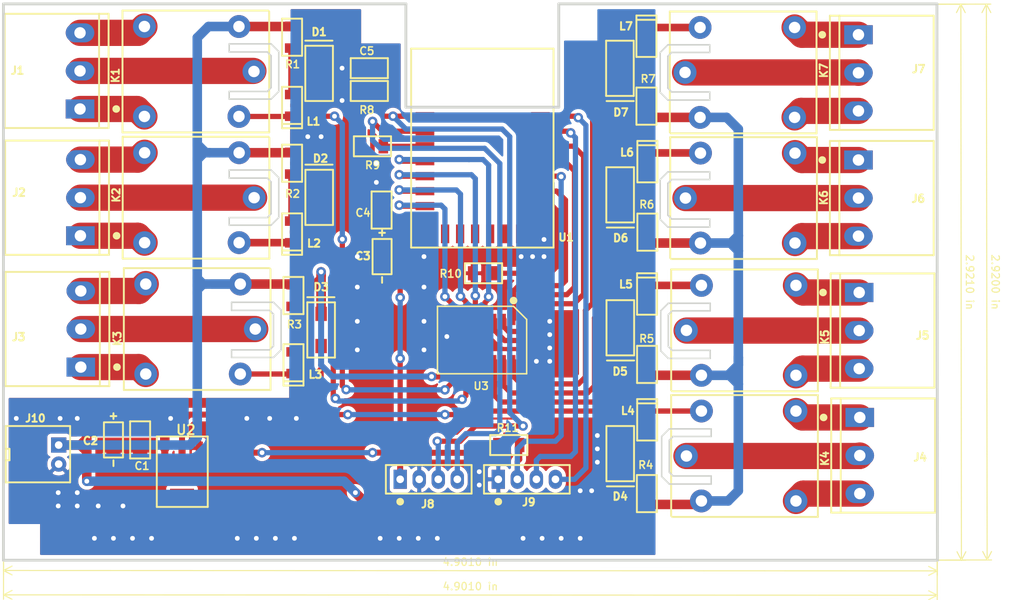
<source format=kicad_pcb>
(kicad_pcb (version 20171130) (host pcbnew "(5.1.6)-1")
  (layers (0 F.Cu signal) (31 B.Cu signal) (34 B.Paste user) (35 F.Paste user) (36 B.SilkS user hide) (37 F.SilkS user) (38 B.Mask user hide) (39 F.Mask user hide) (44 Edge.Cuts user))
  (net 0 "")
  (net 1 +12VDC)
  (net 2 3.3VDC)
  (net 3 "Net-(L1-Pad2)")
  (net 4 GND)
  (net 5 RST)
  (net 6 NC2)
  (net 7 COMMON2)
  (net 8 NO2)
  (net 9 NO1)
  (net 10 COMMON1)
  (net 11 NC1)
  (net 12 NC3)
  (net 13 COMMON3)
  (net 14 NO3)
  (net 15 NO4)
  (net 16 COMMON4)
  (net 17 NC4)
  (net 18 GPIO_0)
  (net 19 ADC0)
  (net 20 TX)
  (net 21 RX)
  (net 22 "Net-(L2-Pad2)")
  (net 23 "Net-(L3-Pad2)")
  (net 24 "Net-(L4-Pad2)")
  (net 25 GPIO_2)
  (net 26 GPIO_4)
  (net 27 GPIO_12)
  (net 28 GPIO_5)
  (net 29 RL5)
  (net 30 RL1)
  (net 31 RL2)
  (net 32 RL6)
  (net 33 RL7)
  (net 34 RL3)
  (net 35 RL4)
  (net 36 NO5)
  (net 37 COMMON5)
  (net 38 NC5)
  (net 39 NO6)
  (net 40 COMMON6)
  (net 41 NC6)
  (net 42 NO7)
  (net 43 COMMON7)
  (net 44 NC7)
  (net 45 "Net-(L5-Pad2)")
  (net 46 "Net-(L6-Pad2)")
  (net 47 "Net-(L7-Pad2)")
  (net 48 "Net-(U1-Pad14)")
  (net 49 "Net-(U1-Pad13)")
  (net 50 "Net-(U1-Pad12)")
  (net 51 "Net-(U1-Pad11)")
  (net 52 "Net-(U1-Pad10)")
  (net 53 "Net-(U1-Pad9)")
  (net 54 GPIO_13)
  (net 55 GPIO_14)
  (net 56 GPIO_16)
  (net 57 "Net-(R9-Pad1)")
  (net 58 "Net-(R10-Pad2)")
  (module Footprint:MountNPTH_3.0mm (layer F.Cu) (at 74.3585 103.0605)
    (fp_text reference MH3)
    (fp_text value MountingHole)
    (pad "" np_thru_hole circle (at 0 0) (size 3 3) (drill 3) (layers *.Cu *.Mask))
  )
  (module Footprint:SOP-16_SYN510R (layer F.Cu) (at 139.7 73.66 270)
    (fp_text reference U3 (at 8.89 4.318 180) (layer F.SilkS) (effects (font (thickness 0.2032))))
    (fp_text value ULN2003A)
    (pad 10 smd rect (at 5.5 7.62 270) (size 1.5 0.51) (layers F.Cu F.Paste F.Mask) (net 30 RL1))
    (pad 12 smd rect (at 5.5 5.08 270) (size 1.5 0.51) (layers F.Cu F.Paste F.Mask) (net 34 RL3))
    (pad 14 smd rect (at 5.5 2.54 270) (size 1.5 0.51) (layers F.Cu F.Paste F.Mask) (net 29 RL5))
    (pad 9 smd rect (at 5.5 8.89 270) (size 1.5 0.51) (layers F.Cu F.Paste F.Mask) (net 1 +12VDC))
    (pad 11 smd rect (at 5.5 6.35 270) (size 1.5 0.51) (layers F.Cu F.Paste F.Mask) (net 31 RL2))
    (pad 13 smd rect (at 5.5 3.81 270) (size 1.5 0.51) (layers F.Cu F.Paste F.Mask) (net 35 RL4))
    (pad 15 smd rect (at 5.5 1.27 270) (size 1.5 0.51) (layers F.Cu F.Paste F.Mask) (net 32 RL6))
    (pad 16 smd rect (at 5.5 0 270) (size 1.5 0.51) (layers F.Cu F.Paste F.Mask) (net 33 RL7))
    (pad 4 smd rect (at 0 3.81 270) (size 1.5 0.51) (layers F.Cu F.Paste F.Mask) (net 56 GPIO_16))
    (pad 6 smd rect (at 0 6.35 270) (size 1.5 0.51) (layers F.Cu F.Paste F.Mask) (net 27 GPIO_12))
    (pad 8 smd rect (at 0 8.89 270) (size 1.5 0.51) (layers F.Cu F.Paste F.Mask) (net 4 GND))
    (pad 7 smd rect (at 0 7.62 270) (size 1.5 0.51) (layers F.Cu F.Paste F.Mask) (net 54 GPIO_13))
    (pad 5 smd rect (at 0 5.08 270) (size 1.5 0.51) (layers F.Cu F.Paste F.Mask) (net 55 GPIO_14))
    (pad 3 smd rect (at 0 2.54 270) (size 1.5 0.51) (layers F.Cu F.Paste F.Mask) (net 28 GPIO_5))
    (pad 2 smd rect (at 0 1.27 270) (size 1.5 0.51) (layers F.Cu F.Paste F.Mask) (net 26 GPIO_4))
    (pad 1 smd rect (at 0 0 270) (size 1.5 0.51) (layers F.Cu F.Paste F.Mask) (net 25 GPIO_2))
  )
  (module Footprint:LM1117_SOT_4pin (layer F.Cu) (at 95.504 93.98 270)
    (fp_text reference U2 (at -5.588 -0.508 180) (layer F.SilkS) (effects (font (size 1.27 1.27) (thickness 0.254))))
    (fp_text value AMS1117-3.3 hide)
    (pad 4 smd rect (at 3.15 0 270) (size 1.75 3.2) (layers F.Cu F.Paste F.Mask))
    (pad 3 smd rect (at -3.15 2.3) (size 0.95 1.75) (layers F.Cu F.Paste F.Mask) (net 1 +12VDC))
    (pad 2 smd rect (at -3.15 0) (size 0.95 1.75) (layers F.Cu F.Paste F.Mask) (net 2 3.3VDC))
    (pad 1 smd rect (at -3.15 -2.3) (size 0.95 1.75) (layers F.Cu F.Paste F.Mask) (net 4 GND))
  )
  (module Footprint:ESP-12E_SMD (layer F.Cu) (at 128.5875 46.5455)
    (fp_text reference U1 (at 18.1229 16.1671 180) (layer F.SilkS) (effects (font (thickness 0.25))))
    (fp_text value ESP8266-12E hide)
    (pad 1 smd rect (at 0 0) (size 2.5 1.1) (drill (offset -0.7 0)) (layers F.Cu F.Paste F.Mask) (net 5 RST))
    (pad 2 smd rect (at 0 2) (size 2.5 1.1) (drill (offset -0.7 0)) (layers F.Cu F.Paste F.Mask) (net 19 ADC0))
    (pad 3 smd rect (at 0 4) (size 2.5 1.1) (drill (offset -0.7 0)) (layers F.Cu F.Paste F.Mask) (net 57 "Net-(R9-Pad1)"))
    (pad 4 smd rect (at 0 6) (size 2.5 1.1) (drill (offset -0.7 0)) (layers F.Cu F.Paste F.Mask) (net 56 GPIO_16))
    (pad 5 smd rect (at 0 8) (size 2.5 1.1) (drill (offset -0.7 0)) (layers F.Cu F.Paste F.Mask) (net 55 GPIO_14))
    (pad 6 smd rect (at 0 10) (size 2.5 1.1) (drill (offset -0.7 0)) (layers F.Cu F.Paste F.Mask) (net 27 GPIO_12))
    (pad 7 smd rect (at 0 12) (size 2.5 1.1) (drill (offset -0.7 0)) (layers F.Cu F.Paste F.Mask) (net 54 GPIO_13))
    (pad 8 smd rect (at 0 14) (size 2.5 1.1) (drill (offset -0.7 0)) (layers F.Cu F.Paste F.Mask) (net 2 3.3VDC))
    (pad 15 smd rect (at 14 14) (size 2.5 1.1) (drill (offset 0.7 0)) (layers F.Cu F.Paste F.Mask) (net 4 GND))
    (pad 16 smd rect (at 14 12) (size 2.5 1.1) (drill (offset 0.7 0)) (layers F.Cu F.Paste F.Mask) (net 58 "Net-(R10-Pad2)"))
    (pad 17 smd rect (at 14 10) (size 2.5 1.1) (drill (offset 0.7 0)) (layers F.Cu F.Paste F.Mask) (net 25 GPIO_2))
    (pad 18 smd rect (at 14 8) (size 2.5 1.1) (drill (offset 0.7 0)) (layers F.Cu F.Paste F.Mask) (net 18 GPIO_0))
    (pad 19 smd rect (at 14 6) (size 2.5 1.1) (drill (offset 0.7 0)) (layers F.Cu F.Paste F.Mask) (net 26 GPIO_4))
    (pad 20 smd rect (at 14 4) (size 2.5 1.1) (drill (offset 0.7 0)) (layers F.Cu F.Paste F.Mask) (net 28 GPIO_5))
    (pad 21 smd rect (at 14 2) (size 2.5 1.1) (drill (offset 0.7 0)) (layers F.Cu F.Paste F.Mask) (net 21 RX))
    (pad 22 smd rect (at 14 0) (size 2.5 1.1) (drill (offset 0.7 0)) (layers F.Cu F.Paste F.Mask) (net 20 TX))
    (pad 9 smd rect (at 1.99 15 90) (size 2.5 1.1) (drill (offset -0.7 0)) (layers F.Cu F.Paste F.Mask) (net 53 "Net-(U1-Pad9)"))
    (pad 10 smd rect (at 3.99 15 90) (size 2.5 1.1) (drill (offset -0.7 0)) (layers F.Cu F.Paste F.Mask) (net 52 "Net-(U1-Pad10)"))
    (pad 11 smd rect (at 5.99 15 90) (size 2.5 1.1) (drill (offset -0.7 0)) (layers F.Cu F.Paste F.Mask) (net 51 "Net-(U1-Pad11)"))
    (pad 12 smd rect (at 7.99 15 90) (size 2.5 1.1) (drill (offset -0.7 0)) (layers F.Cu F.Paste F.Mask) (net 50 "Net-(U1-Pad12)"))
    (pad 13 smd rect (at 9.99 15 90) (size 2.5 1.1) (drill (offset -0.7 0)) (layers F.Cu F.Paste F.Mask) (net 49 "Net-(U1-Pad13)"))
    (pad 14 smd rect (at 11.99 15 90) (size 2.5 1.1) (drill (offset -0.7 0)) (layers F.Cu F.Paste F.Mask) (net 48 "Net-(U1-Pad14)"))
  )
  (module Footprint:1206_R (layer F.Cu) (at 137.16 90.424)
    (fp_text reference R11 (at 1.778 -2.286) (layer F.SilkS) (effects (font (size 1.016 1.016) (thickness 0.2032))))
    (fp_text value 10K hide)
    (pad 2 smd rect (at 3.355 0) (size 1.27 1.905) (layers F.Cu F.Paste F.Mask) (net 18 GPIO_0))
    (pad 1 smd rect (at 0.455 0) (size 1.27 1.905) (layers F.Cu F.Paste F.Mask) (net 2 3.3VDC))
  )
  (module Footprint:1206_R (layer F.Cu) (at 133.7945 67.5005)
    (fp_text reference R10 (at -2.4765 0.0635) (layer F.SilkS) (effects (font (size 1.016 1.016) (thickness 0.2032))))
    (fp_text value 10K hide)
    (pad 2 smd rect (at 3.355 0) (size 1.27 1.905) (layers F.Cu F.Paste F.Mask) (net 58 "Net-(R10-Pad2)"))
    (pad 1 smd rect (at 0.455 0) (size 1.27 1.905) (layers F.Cu F.Paste F.Mask) (net 4 GND))
  )
  (module Footprint:1206_R (layer F.Cu) (at 122.7963 50.5587 180)
    (fp_text reference R9 (at 1.8923 -2.5273) (layer F.SilkS) (effects (font (size 1.016 1.016) (thickness 0.2032))))
    (fp_text value 10K hide)
    (pad 1 smd rect (at 0.455 0 180) (size 1.27 1.905) (layers F.Cu F.Paste F.Mask) (net 57 "Net-(R9-Pad1)"))
    (pad 2 smd rect (at 3.355 0 180) (size 1.27 1.905) (layers F.Cu F.Paste F.Mask) (net 2 3.3VDC))
  )
  (module Footprint:1206_R (layer F.Cu) (at 118.565 43.18)
    (fp_text reference R8 (at 1.577 2.54) (layer F.SilkS) (effects (font (size 1.016 1.016) (thickness 0.2032))))
    (fp_text value 10K hide)
    (pad 1 smd rect (at 0.455 0) (size 1.27 1.905) (layers F.Cu F.Paste F.Mask) (net 2 3.3VDC))
    (pad 2 smd rect (at 3.355 0) (size 1.27 1.905) (layers F.Cu F.Paste F.Mask) (net 5 RST))
  )
  (module Footprint:1206_R (layer F.Cu) (at 157.4165 47.1065 90)
    (fp_text reference R7 (at 5.5394 0.2286 180) (layer F.SilkS) (effects (font (size 1.016 1.016) (thickness 0.2032))))
    (fp_text value 2.2K hide)
    (pad 1 smd rect (at 0.455 0 90) (size 1.27 1.905) (layers F.Cu F.Paste F.Mask) (net 1 +12VDC))
    (pad 2 smd rect (at 3.355 0 90) (size 1.27 1.905) (layers F.Cu F.Paste F.Mask) (net 47 "Net-(L7-Pad2)"))
  )
  (module Footprint:1206_R (layer F.Cu) (at 157.5435 63.9213 90)
    (fp_text reference R6 (at 5.5902 -0.0762 180) (layer F.SilkS) (effects (font (size 1.016 1.016) (thickness 0.2032))))
    (fp_text value 2.2K hide)
    (pad 1 smd rect (at 0.455 0 90) (size 1.27 1.905) (layers F.Cu F.Paste F.Mask) (net 1 +12VDC))
    (pad 2 smd rect (at 3.355 0 90) (size 1.27 1.905) (layers F.Cu F.Paste F.Mask) (net 46 "Net-(L6-Pad2)"))
  )
  (module Footprint:1206_R (layer F.Cu) (at 157.5054 81.5699 90)
    (fp_text reference R5 (at 5.334 -0.0508 180) (layer F.SilkS) (effects (font (size 1.016 1.016) (thickness 0.2032))))
    (fp_text value 2.2K hide)
    (pad 1 smd rect (at 0.455 0 90) (size 1.27 1.905) (layers F.Cu F.Paste F.Mask) (net 1 +12VDC))
    (pad 2 smd rect (at 3.355 0 90) (size 1.27 1.905) (layers F.Cu F.Paste F.Mask) (net 45 "Net-(L5-Pad2)"))
  )
  (module Footprint:1206_R (layer F.Cu) (at 157.48 98.806 90)
    (fp_text reference R4 (at 5.7128 -0.1524 180) (layer F.SilkS) (effects (font (size 1.016 1.016) (thickness 0.2032))))
    (fp_text value 2.2K hide)
    (pad 1 smd rect (at 0.455 0 90) (size 1.27 1.905) (layers F.Cu F.Paste F.Mask) (net 1 +12VDC))
    (pad 2 smd rect (at 3.355 0 90) (size 1.27 1.905) (layers F.Cu F.Paste F.Mask) (net 24 "Net-(L4-Pad2)"))
  )
  (module Footprint:1206_R (layer F.Cu) (at 110.363 68.5673 270)
    (fp_text reference R3 (at 5.7658 -0.127 180) (layer F.SilkS) (effects (font (size 1.016 1.016) (thickness 0.2032))))
    (fp_text value 2.2K hide)
    (pad 2 smd rect (at 3.355 0 270) (size 1.27 1.905) (layers F.Cu F.Paste F.Mask) (net 23 "Net-(L3-Pad2)"))
    (pad 1 smd rect (at 0.455 0 270) (size 1.27 1.905) (layers F.Cu F.Paste F.Mask) (net 1 +12VDC))
  )
  (module Footprint:1206_R (layer F.Cu) (at 110.1725 50.9121 270)
    (fp_text reference R2 (at 5.9839 -0.0635 180) (layer F.SilkS) (effects (font (size 1.016 1.016) (thickness 0.2032))))
    (fp_text value 2.2K hide)
    (pad 1 smd rect (at 0.455 0 270) (size 1.27 1.905) (layers F.Cu F.Paste F.Mask) (net 1 +12VDC))
    (pad 2 smd rect (at 3.355 0 270) (size 1.27 1.905) (layers F.Cu F.Paste F.Mask) (net 22 "Net-(L2-Pad2)"))
  )
  (module Footprint:1206_R (layer F.Cu) (at 110.1725 34.0995 270)
    (fp_text reference R1 (at 5.5245 -0.0635 180) (layer F.SilkS) (effects (font (size 1.016 1.016) (thickness 0.2032))))
    (fp_text value 2.2K hide)
    (pad 1 smd rect (at 0.455 0 270) (size 1.27 1.905) (layers F.Cu F.Paste F.Mask) (net 1 +12VDC))
    (pad 2 smd rect (at 3.355 0 270) (size 1.27 1.905) (layers F.Cu F.Paste F.Mask) (net 3 "Net-(L1-Pad2)"))
  )
  (module Footprint:MountNPTH_3.0mm (layer F.Cu) (at 122.301 34.29 90)
    (fp_text reference MH4)
    (fp_text value MountingHole)
    (pad "" np_thru_hole circle (at 0 0 90) (size 3 3) (drill 3) (layers *.Cu *.Mask))
  )
  (module Footprint:MountNPTH_3.0mm (layer F.Cu) (at 193.7385 102.997 90)
    (fp_text reference MH2)
    (fp_text value MountingHole)
    (pad "" np_thru_hole circle (at 0 0 90) (size 3 3) (drill 3) (layers *.Cu *.Mask))
  )
  (module Footprint:MountNPTH_3.0mm (layer F.Cu) (at 148.463 34.163 90)
    (fp_text reference MH1)
    (fp_text value MountingHole)
    (pad "" np_thru_hole circle (at 0 0 90) (size 3 3) (drill 3) (layers *.Cu *.Mask))
  )
  (module Footprint:1206_LED (layer F.Cu) (at 157.4165 34.2541 270)
    (fp_text reference L7 (at 0.2899 2.7305 180) (layer F.SilkS) (effects (font (size 1.016 1.016) (thickness 0.254))))
    (fp_text value LED_Small hide)
    (pad 1 smd rect (at 0.455 0 270) (size 1.27 1.905) (layers F.Cu F.Paste F.Mask) (net 33 RL7))
    (pad 2 smd rect (at 3.355 0 270) (size 1.27 1.905) (layers F.Cu F.Paste F.Mask) (net 47 "Net-(L7-Pad2)"))
  )
  (module Footprint:1206_LED (layer F.Cu) (at 157.5435 50.9883 270)
    (fp_text reference L6 (at 0.3832 2.7178 180) (layer F.SilkS) (effects (font (size 1.016 1.016) (thickness 0.254))))
    (fp_text value LED_Small hide)
    (pad 1 smd rect (at 0.455 0 270) (size 1.27 1.905) (layers F.Cu F.Paste F.Mask) (net 32 RL6))
    (pad 2 smd rect (at 3.355 0 270) (size 1.27 1.905) (layers F.Cu F.Paste F.Mask) (net 46 "Net-(L6-Pad2)"))
  )
  (module Footprint:1206_LED (layer F.Cu) (at 157.5054 68.6457 270)
    (fp_text reference L5 (at 0.328 2.8194 180) (layer F.SilkS) (effects (font (size 1.016 1.016) (thickness 0.254))))
    (fp_text value LED_Small hide)
    (pad 1 smd rect (at 0.455 0 270) (size 1.27 1.905) (layers F.Cu F.Paste F.Mask) (net 29 RL5))
    (pad 2 smd rect (at 3.355 0 270) (size 1.27 1.905) (layers F.Cu F.Paste F.Mask) (net 45 "Net-(L5-Pad2)"))
  )
  (module Footprint:1206_LED (layer F.Cu) (at 157.5181 85.4351 270)
    (fp_text reference L4 (at 0.4169 2.5781 180) (layer F.SilkS) (effects (font (size 1.016 1.016) (thickness 0.254))))
    (fp_text value LED_Small hide)
    (pad 1 smd rect (at 0.455 0 270) (size 1.27 1.905) (layers F.Cu F.Paste F.Mask) (net 35 RL4))
    (pad 2 smd rect (at 3.355 0 270) (size 1.27 1.905) (layers F.Cu F.Paste F.Mask) (net 24 "Net-(L4-Pad2)"))
  )
  (module Footprint:1206_LED (layer F.Cu) (at 110.363 81.3435 90)
    (fp_text reference L3 (at 0.3302 2.921 180) (layer F.SilkS) (effects (font (size 1.016 1.016) (thickness 0.254))))
    (fp_text value LED_Small hide)
    (pad 2 smd rect (at 3.355 0 90) (size 1.27 1.905) (layers F.Cu F.Paste F.Mask) (net 23 "Net-(L3-Pad2)"))
    (pad 1 smd rect (at 0.455 0 90) (size 1.27 1.905) (layers F.Cu F.Paste F.Mask) (net 34 RL3))
  )
  (module Footprint:1206_LED (layer F.Cu) (at 110.1725 63.8937 90)
    (fp_text reference L2 (at 0.381 2.921 180) (layer F.SilkS) (effects (font (size 1.016 1.016) (thickness 0.254))))
    (fp_text value LED_Small hide)
    (pad 1 smd rect (at 0.455 0 90) (size 1.27 1.905) (layers F.Cu F.Paste F.Mask) (net 31 RL2))
    (pad 2 smd rect (at 3.355 0 90) (size 1.27 1.905) (layers F.Cu F.Paste F.Mask) (net 22 "Net-(L2-Pad2)"))
  )
  (module Footprint:1206_LED (layer F.Cu) (at 110.1725 47.0049 90)
    (fp_text reference L1 (at -0.2391 2.8575 180) (layer F.SilkS) (effects (font (size 1.016 1.016) (thickness 0.254))))
    (fp_text value LED_Small hide)
    (pad 1 smd rect (at 0.455 0 90) (size 1.27 1.905) (layers F.Cu F.Paste F.Mask) (net 30 RL1))
    (pad 2 smd rect (at 3.355 0 90) (size 1.27 1.905) (layers F.Cu F.Paste F.Mask) (net 3 "Net-(L1-Pad2)"))
  )
  (module Footprint:2PinJST_Connector (layer F.Cu) (at 79.0575 91.694 270)
    (fp_text reference J10 (at -4.8387 3.1115 180) (layer F.SilkS) (effects (font (thickness 0.25))))
    (fp_text value Conn_01x02)
    (pad 1 thru_hole rect (at -1.27 0 270) (size 2.032 2.032) (drill 1.016) (layers *.Cu *.Mask) (net 1 +12VDC))
    (pad 2 thru_hole circle (at 1.27 0 270) (size 2.032 2.032) (drill 1.016) (layers *.Cu *.Mask) (net 4 GND))
  )
  (module Footprint:Socket_Strip_Straight_1x04_Pitch2.54mm (layer F.Cu) (at 137.668 94.996 90)
    (fp_text reference J9 (at -3.048 4.064 180) (layer F.SilkS) (effects (font (size 1.016 1.016) (thickness 0.254))))
    (fp_text value Conn_01x04)
    (pad 4 thru_hole oval (at 0 7.62 90) (size 2.54 1.778) (drill 1.016) (layers *.Cu *.Mask) (net 20 TX))
    (pad 3 thru_hole oval (at 0 5.08 90) (size 2.54 1.778) (drill 1.016) (layers *.Cu *.Mask) (net 21 RX))
    (pad 2 thru_hole oval (at 0 2.54 90) (size 2.54 1.778) (drill 1.016) (layers *.Cu *.Mask) (net 18 GPIO_0))
    (pad 1 thru_hole rect (at 0 0 90) (size 2.54 1.778) (drill 1.016) (layers *.Cu *.Mask) (net 4 GND))
  )
  (module Footprint:Socket_Strip_Straight_1x04_Pitch2.54mm (layer F.Cu) (at 124.587 94.996 90)
    (fp_text reference J8 (at -3.302 3.683 180) (layer F.SilkS) (effects (font (size 1.016 1.016) (thickness 0.254))))
    (fp_text value Conn_01x04)
    (pad 4 thru_hole oval (at 0 7.62 90) (size 2.54 1.778) (drill 1.016) (layers *.Cu *.Mask) (net 19 ADC0))
    (pad 3 thru_hole oval (at 0 5.08 90) (size 2.54 1.778) (drill 1.016) (layers *.Cu *.Mask) (net 5 RST))
    (pad 2 thru_hole oval (at 0 2.54 90) (size 2.54 1.778) (drill 1.016) (layers *.Cu *.Mask) (net 4 GND))
    (pad 1 thru_hole rect (at 0 0 90) (size 2.54 1.778) (drill 1.016) (layers *.Cu *.Mask) (net 2 3.3VDC))
  )
  (module Footprint:ZenerDiode_S1M (layer F.Cu) (at 153.8859 40.1537 90)
    (fp_text reference D7 (at -5.8838 0.127 180) (layer F.SilkS) (effects (font (size 1.016 1.016) (thickness 0.254))))
    (fp_text value 1N4148 hide)
    (pad 1 smd rect (at -2.15 0 180) (size 1.524 1.905) (layers F.Cu F.Paste F.Mask) (net 1 +12VDC))
    (pad 2 smd rect (at 2.15 0 180) (size 1.524 1.905) (layers F.Cu F.Paste F.Mask) (net 33 RL7))
  )
  (module Footprint:ZenerDiode_S1M (layer F.Cu) (at 153.9113 57.0357 90)
    (fp_text reference D6 (at -5.7658 0.0762 180) (layer F.SilkS) (effects (font (size 1.016 1.016) (thickness 0.254))))
    (fp_text value 1N4148 hide)
    (pad 1 smd rect (at -2.15 0 180) (size 1.524 1.905) (layers F.Cu F.Paste F.Mask) (net 1 +12VDC))
    (pad 2 smd rect (at 2.15 0 180) (size 1.524 1.905) (layers F.Cu F.Paste F.Mask) (net 32 RL6))
  )
  (module Footprint:ZenerDiode_S1M (layer F.Cu) (at 153.9367 74.7739 90)
    (fp_text reference D5 (at -5.833 -0.0254 180) (layer F.SilkS) (effects (font (size 1.016 1.016) (thickness 0.254))))
    (fp_text value 1N4148 hide)
    (pad 1 smd rect (at -2.15 0 180) (size 1.524 1.905) (layers F.Cu F.Paste F.Mask) (net 1 +12VDC))
    (pad 2 smd rect (at 2.15 0 180) (size 1.524 1.905) (layers F.Cu F.Paste F.Mask) (net 29 RL5))
  )
  (module Footprint:ZenerDiode_S1M (layer F.Cu) (at 153.924 91.567 90)
    (fp_text reference D4 (at -5.715 0 180) (layer F.SilkS) (effects (font (size 1.016 1.016) (thickness 0.254))))
    (fp_text value 1N4148 hide)
    (pad 1 smd rect (at -2.15 0 180) (size 1.524 1.905) (layers F.Cu F.Paste F.Mask) (net 1 +12VDC))
    (pad 2 smd rect (at 2.15 0 180) (size 1.524 1.905) (layers F.Cu F.Paste F.Mask) (net 35 RL4))
  )
  (module Footprint:ZenerDiode_S1M (layer F.Cu) (at 114.046 75.066 270)
    (fp_text reference D3 (at -5.715 0 180) (layer F.SilkS) (effects (font (size 1.016 1.016) (thickness 0.254))))
    (fp_text value 1N4148 hide)
    (pad 2 smd rect (at 2.15 0) (size 1.524 1.905) (layers F.Cu F.Paste F.Mask) (net 34 RL3))
    (pad 1 smd rect (at -2.15 0) (size 1.524 1.905) (layers F.Cu F.Paste F.Mask) (net 1 +12VDC))
  )
  (module Footprint:ZenerDiode_S1M (layer F.Cu) (at 113.792 57.3749 270)
    (fp_text reference D2 (at -5.1906 -0.1778 180) (layer F.SilkS) (effects (font (size 1.016 1.016) (thickness 0.254))))
    (fp_text value 1N4148 hide)
    (pad 1 smd rect (at -2.15 0) (size 1.524 1.905) (layers F.Cu F.Paste F.Mask) (net 1 +12VDC))
    (pad 2 smd rect (at 2.15 0) (size 1.524 1.905) (layers F.Cu F.Paste F.Mask) (net 31 RL2))
  )
  (module Footprint:ZenerDiode_S1M (layer F.Cu) (at 113.7793 40.8305 270)
    (fp_text reference D1 (at -5.5245 0 180) (layer F.SilkS) (effects (font (size 1.016 1.016) (thickness 0.254))))
    (fp_text value 1N4148 hide)
    (pad 1 smd rect (at -2.15 0) (size 1.524 1.905) (layers F.Cu F.Paste F.Mask) (net 1 +12VDC))
    (pad 2 smd rect (at 2.15 0) (size 1.524 1.905) (layers F.Cu F.Paste F.Mask) (net 30 RL1))
  )
  (module Footprint:1206_C (layer F.Cu) (at 122.375 40.132 180)
    (fp_text reference C5 (at 2.233 2.286) (layer F.SilkS) (effects (font (size 1.016 1.016) (thickness 0.2032))))
    (fp_text value 100nF hide)
    (pad 1 smd rect (at 0.455 0 180) (size 1.27 1.905) (layers F.Cu F.Paste F.Mask) (net 5 RST))
    (pad 2 smd rect (at 3.355 0 180) (size 1.27 1.905) (layers F.Cu F.Paste F.Mask) (net 4 GND))
  )
  (module Footprint:1206_C (layer F.Cu) (at 122.1105 60.9705 90)
    (fp_text reference C4 (at 1.5345 -2.4765 180) (layer F.SilkS) (effects (font (size 1.016 1.016) (thickness 0.2032))))
    (fp_text value 100nF hide)
    (pad 1 smd rect (at 0.455 0 90) (size 1.27 1.905) (layers F.Cu F.Paste F.Mask) (net 2 3.3VDC))
    (pad 2 smd rect (at 3.355 0 90) (size 1.27 1.905) (layers F.Cu F.Paste F.Mask) (net 4 GND))
  )
  (module Footprint:1206_tanta (layer F.Cu) (at 122.174 63.373 270)
    (fp_text reference C3 (at 1.831 2.54 180) (layer F.SilkS) (effects (font (size 1.016 1.016) (thickness 0.254))))
    (fp_text value 10uF16V)
    (pad 1 smd rect (at 0.455 0 270) (size 1.27 1.905) (layers F.Cu F.Paste F.Mask) (net 2 3.3VDC))
    (pad 2 smd rect (at 3.355 0 270) (size 1.27 1.905) (layers F.Cu F.Paste F.Mask) (net 4 GND))
  )
  (module Footprint:1206_tanta (layer F.Cu) (at 86.36 87.831 270)
    (fp_text reference C2 (at 2.032 3.048 180) (layer F.SilkS) (effects (font (size 1.016 1.016) (thickness 0.254))))
    (fp_text value 10uF16V)
    (pad 1 smd rect (at 0.455 0 270) (size 1.27 1.905) (layers F.Cu F.Paste F.Mask) (net 1 +12VDC))
    (pad 2 smd rect (at 3.355 0 270) (size 1.27 1.905) (layers F.Cu F.Paste F.Mask) (net 4 GND))
  )
  (module Footprint:1206_C (layer F.Cu) (at 89.916 87.831 270)
    (fp_text reference C1 (at 5.387 -0.254 180) (layer F.SilkS) (effects (font (size 1.016 1.016) (thickness 0.2032))))
    (fp_text value 100nF hide)
    (pad 1 smd rect (at 0.455 0 270) (size 1.27 1.905) (layers F.Cu F.Paste F.Mask) (net 1 +12VDC))
    (pad 2 smd rect (at 3.355 0 270) (size 1.27 1.905) (layers F.Cu F.Paste F.Mask) (net 4 GND))
  )
  (module Footprint:Relay12V (layer F.Cu) (at 162.5695 40.7035)
    (fp_text reference K7 (at 18.4944 -0.254 90) (layer F.SilkS) (effects (font (thickness 0.25))))
    (fp_text value G5LE-1)
    (pad 5 thru_hole circle (at 14.605 6) (size 3.048 3.048) (drill 1.524) (layers *.Cu *.Mask) (net 42 NO7))
    (pad 4 thru_hole circle (at 14.605 -6) (size 3.048 3.048) (drill 1.524) (layers *.Cu *.Mask) (net 44 NC7))
    (pad 2 thru_hole circle (at 2 6) (size 3.048 3.048) (drill 1.524) (layers *.Cu *.Mask) (net 1 +12VDC))
    (pad 1 thru_hole circle (at 2 -6) (size 3.048 3.048) (drill 1.524) (layers *.Cu *.Mask) (net 33 RL7))
    (pad 3 thru_hole circle (at 0 0) (size 3.048 3.048) (drill 1.524) (layers *.Cu *.Mask) (net 43 COMMON7))
  )
  (module Footprint:Relay12V (layer F.Cu) (at 162.6235 57.4675)
    (fp_text reference K6 (at 18.4404 -0.0508 270) (layer F.SilkS) (effects (font (thickness 0.25))))
    (fp_text value G5LE-1)
    (pad 5 thru_hole circle (at 14.605 6) (size 3.048 3.048) (drill 1.524) (layers *.Cu *.Mask) (net 39 NO6))
    (pad 4 thru_hole circle (at 14.605 -6) (size 3.048 3.048) (drill 1.524) (layers *.Cu *.Mask) (net 41 NC6))
    (pad 2 thru_hole circle (at 2 6) (size 3.048 3.048) (drill 1.524) (layers *.Cu *.Mask) (net 1 +12VDC))
    (pad 1 thru_hole circle (at 2 -6) (size 3.048 3.048) (drill 1.524) (layers *.Cu *.Mask) (net 32 RL6))
    (pad 3 thru_hole circle (at 0 0) (size 3.048 3.048) (drill 1.524) (layers *.Cu *.Mask) (net 40 COMMON6))
  )
  (module Footprint:Relay12V (layer F.Cu) (at 162.7505 75.1205)
    (fp_text reference K5 (at 18.4658 0.889 270) (layer F.SilkS) (effects (font (thickness 0.25))))
    (fp_text value G5LE-1)
    (pad 5 thru_hole circle (at 14.605 6) (size 3.048 3.048) (drill 1.524) (layers *.Cu *.Mask) (net 36 NO5))
    (pad 4 thru_hole circle (at 14.605 -6) (size 3.048 3.048) (drill 1.524) (layers *.Cu *.Mask) (net 38 NC5))
    (pad 2 thru_hole circle (at 2 6) (size 3.048 3.048) (drill 1.524) (layers *.Cu *.Mask) (net 1 +12VDC))
    (pad 1 thru_hole circle (at 2 -6) (size 3.048 3.048) (drill 1.524) (layers *.Cu *.Mask) (net 29 RL5))
    (pad 3 thru_hole circle (at 0 0) (size 3.048 3.048) (drill 1.524) (layers *.Cu *.Mask) (net 37 COMMON5))
  )
  (module Footprint:Relay12V (layer F.Cu) (at 162.7505 91.8845)
    (fp_text reference K4 (at 18.4658 0.3302 270) (layer F.SilkS) (effects (font (thickness 0.25))))
    (fp_text value G5LE-1)
    (pad 5 thru_hole circle (at 14.605 6) (size 3.048 3.048) (drill 1.524) (layers *.Cu *.Mask) (net 15 NO4))
    (pad 4 thru_hole circle (at 14.605 -6) (size 3.048 3.048) (drill 1.524) (layers *.Cu *.Mask) (net 17 NC4))
    (pad 2 thru_hole circle (at 2 6) (size 3.048 3.048) (drill 1.524) (layers *.Cu *.Mask) (net 1 +12VDC))
    (pad 1 thru_hole circle (at 2 -6) (size 3.048 3.048) (drill 1.524) (layers *.Cu *.Mask) (net 35 RL4))
    (pad 3 thru_hole circle (at 0 0) (size 3.048 3.048) (drill 1.524) (layers *.Cu *.Mask) (net 16 COMMON4))
  )
  (module Footprint:Relay12V (layer F.Cu) (at 105.2703 74.9427 180)
    (fp_text reference K3 (at 18.3896 -1.27 270) (layer F.SilkS) (effects (font (thickness 0.25))))
    (fp_text value G5LE-1)
    (pad 3 thru_hole circle (at 0 0 180) (size 3.048 3.048) (drill 1.524) (layers *.Cu *.Mask) (net 13 COMMON3))
    (pad 1 thru_hole circle (at 2 -6 180) (size 3.048 3.048) (drill 1.524) (layers *.Cu *.Mask) (net 34 RL3))
    (pad 2 thru_hole circle (at 2 6 180) (size 3.048 3.048) (drill 1.524) (layers *.Cu *.Mask) (net 1 +12VDC))
    (pad 4 thru_hole circle (at 14.605 -6 180) (size 3.048 3.048) (drill 1.524) (layers *.Cu *.Mask) (net 12 NC3))
    (pad 5 thru_hole circle (at 14.605 6 180) (size 3.048 3.048) (drill 1.524) (layers *.Cu *.Mask) (net 14 NO3))
  )
  (module Footprint:Relay12V (layer F.Cu) (at 105.1179 57.4167 180)
    (fp_text reference K2 (at 18.3896 0.3556 90) (layer F.SilkS) (effects (font (thickness 0.25))))
    (fp_text value G5LE-1)
    (pad 3 thru_hole circle (at 0 0 180) (size 3.048 3.048) (drill 1.524) (layers *.Cu *.Mask) (net 7 COMMON2))
    (pad 1 thru_hole circle (at 2 -6 180) (size 3.048 3.048) (drill 1.524) (layers *.Cu *.Mask) (net 31 RL2))
    (pad 2 thru_hole circle (at 2 6 180) (size 3.048 3.048) (drill 1.524) (layers *.Cu *.Mask) (net 1 +12VDC))
    (pad 4 thru_hole circle (at 14.605 -6 180) (size 3.048 3.048) (drill 1.524) (layers *.Cu *.Mask) (net 6 NC2))
    (pad 5 thru_hole circle (at 14.605 6 180) (size 3.048 3.048) (drill 1.524) (layers *.Cu *.Mask) (net 8 NO2))
  )
  (module Footprint:Relay12V (layer F.Cu) (at 105.0925 40.5765 180)
    (fp_text reference K1 (at 18.4658 -0.5334 90) (layer F.SilkS) (effects (font (thickness 0.25))))
    (fp_text value G5LE-1)
    (pad 3 thru_hole circle (at 0 0 180) (size 3.048 3.048) (drill 1.524) (layers *.Cu *.Mask) (net 10 COMMON1))
    (pad 1 thru_hole circle (at 2 -6 180) (size 3.048 3.048) (drill 1.524) (layers *.Cu *.Mask) (net 30 RL1))
    (pad 2 thru_hole circle (at 2 6 180) (size 3.048 3.048) (drill 1.524) (layers *.Cu *.Mask) (net 1 +12VDC))
    (pad 4 thru_hole circle (at 14.605 -6 180) (size 3.048 3.048) (drill 1.524) (layers *.Cu *.Mask) (net 11 NC1))
    (pad 5 thru_hole circle (at 14.605 6 180) (size 3.048 3.048) (drill 1.524) (layers *.Cu *.Mask) (net 9 NO1))
  )
  (module Footprint:TerminalBlock_bornier-3_P5.08mm (layer F.Cu) (at 81.9023 45.5803 90)
    (fp_text reference J1 (at 5.1308 -8.3312) (layer F.SilkS) (effects (font (size 1.016 1.016) (thickness 0.254))))
    (fp_text value Screw_Terminal_01x03)
    (pad 3 thru_hole oval (at 10.16 0 90) (size 2.54 3.81) (drill 1.524) (layers *.Cu *.Mask) (net 9 NO1))
    (pad 2 thru_hole oval (at 5.08 0 90) (size 2.54 3.81) (drill 1.524) (layers *.Cu *.Mask) (net 10 COMMON1))
    (pad 1 thru_hole rect (at 0 0 90) (size 2.54 3.81) (drill 1.524) (layers *.Cu *.Mask) (net 11 NC1))
  )
  (module Footprint:TerminalBlock_bornier-3_P5.08mm (layer F.Cu) (at 81.9531 62.4967 90)
    (fp_text reference J2 (at 5.7658 -8.1788) (layer F.SilkS) (effects (font (size 1.016 1.016) (thickness 0.254))))
    (fp_text value Screw_Terminal_01x03)
    (pad 1 thru_hole rect (at 0 0 90) (size 2.54 3.81) (drill 1.524) (layers *.Cu *.Mask) (net 6 NC2))
    (pad 2 thru_hole oval (at 5.08 0 90) (size 2.54 3.81) (drill 1.524) (layers *.Cu *.Mask) (net 7 COMMON2))
    (pad 3 thru_hole oval (at 10.16 0 90) (size 2.54 3.81) (drill 1.524) (layers *.Cu *.Mask) (net 8 NO2))
  )
  (module Footprint:TerminalBlock_bornier-3_P5.08mm (layer F.Cu) (at 82.0039 80.0227 90)
    (fp_text reference J3 (at 4.0132 -8.2804 180) (layer F.SilkS) (effects (font (size 1.016 1.016) (thickness 0.254))))
    (fp_text value Screw_Terminal_01x03)
    (pad 1 thru_hole rect (at 0 0 90) (size 2.54 3.81) (drill 1.524) (layers *.Cu *.Mask) (net 12 NC3))
    (pad 2 thru_hole oval (at 5.08 0 90) (size 2.54 3.81) (drill 1.524) (layers *.Cu *.Mask) (net 13 COMMON3))
    (pad 3 thru_hole oval (at 10.16 0 90) (size 2.54 3.81) (drill 1.524) (layers *.Cu *.Mask) (net 14 NO3))
  )
  (module Footprint:TerminalBlock_bornier-3_P5.08mm (layer F.Cu) (at 185.8645 86.741 270)
    (fp_text reference J4 (at 5.3213 -8.0518) (layer F.SilkS) (effects (font (size 1.016 1.016) (thickness 0.254))))
    (fp_text value Screw_Terminal_01x03)
    (pad 1 thru_hole rect (at 0 0 270) (size 2.54 3.81) (drill 1.524) (layers *.Cu *.Mask) (net 17 NC4))
    (pad 2 thru_hole oval (at 5.08 0 270) (size 2.54 3.81) (drill 1.524) (layers *.Cu *.Mask) (net 16 COMMON4))
    (pad 3 thru_hole oval (at 10.16 0 270) (size 2.54 3.81) (drill 1.524) (layers *.Cu *.Mask) (net 15 NO4))
  )
  (module Footprint:TerminalBlock_bornier-3_P5.08mm (layer F.Cu) (at 185.7883 70.0659 270)
    (fp_text reference J5 (at 5.7404 -8.4582) (layer F.SilkS) (effects (font (size 1.016 1.016) (thickness 0.254))))
    (fp_text value Screw_Terminal_01x03)
    (pad 3 thru_hole oval (at 10.16 0 270) (size 2.54 3.81) (drill 1.524) (layers *.Cu *.Mask) (net 36 NO5))
    (pad 2 thru_hole oval (at 5.08 0 270) (size 2.54 3.81) (drill 1.524) (layers *.Cu *.Mask) (net 37 COMMON5))
    (pad 1 thru_hole rect (at 0 0 270) (size 2.54 3.81) (drill 1.524) (layers *.Cu *.Mask) (net 38 NC5))
  )
  (module Footprint:TerminalBlock_bornier-3_P5.08mm (layer F.Cu) (at 185.6867 52.3875 270)
    (fp_text reference J6 (at 5.1562 -7.9756) (layer F.SilkS) (effects (font (size 1.016 1.016) (thickness 0.254))))
    (fp_text value Screw_Terminal_01x03)
    (pad 1 thru_hole rect (at 0 0 270) (size 2.54 3.81) (drill 1.524) (layers *.Cu *.Mask) (net 41 NC6))
    (pad 2 thru_hole oval (at 5.08 0 270) (size 2.54 3.81) (drill 1.524) (layers *.Cu *.Mask) (net 40 COMMON6))
    (pad 3 thru_hole oval (at 10.16 0 270) (size 2.54 3.81) (drill 1.524) (layers *.Cu *.Mask) (net 39 NO6))
  )
  (module Footprint:TerminalBlock_bornier-3_P5.08mm (layer F.Cu) (at 185.6867 35.6743 270)
    (fp_text reference J7 (at 4.572 -8.0264) (layer F.SilkS) (effects (font (size 1.016 1.016) (thickness 0.254))))
    (fp_text value Screw_Terminal_01x03)
    (pad 1 thru_hole rect (at 0 0 270) (size 2.54 3.81) (drill 1.524) (layers *.Cu *.Mask) (net 44 NC7))
    (pad 2 thru_hole oval (at 5.08 0 270) (size 2.54 3.81) (drill 1.524) (layers *.Cu *.Mask) (net 43 COMMON7))
    (pad 3 thru_hole oval (at 10.16 0 270) (size 2.54 3.81) (drill 1.524) (layers *.Cu *.Mask) (net 42 NO7))
  )
  (dimension 74.16807 (width 0.15) (layer F.SilkS) (gr_text "74.168 mm" (at 204.094073 68.670737 270.0784873) (layer F.SilkS) (effects (font (size 1 1) (thickness 0.15)))) (feature1 (pts (xy 196.215 105.7656) (xy 203.431294 105.755715))) (feature2 (pts (xy 196.1134 31.5976) (xy 203.329694 31.587715))) (crossbar (pts (xy 202.743274 31.588518) (xy 202.844874 105.756518))) (arrow1a (pts (xy 202.844874 105.756518) (xy 202.256911 104.630819))) (arrow1b (pts (xy 202.844874 105.756518) (xy 203.429751 104.629212))) (arrow2a (pts (xy 202.743274 31.588518) (xy 202.158397 32.715824))) (arrow2b (pts (xy 202.743274 31.588518) (xy 203.331237 32.714217))))
  (dimension 124.48541 (width 0.15) (layer F.SilkS) (gr_text "124.485 mm" (at 133.944462 111.739178 359.9766187) (layer F.SilkS) (effects (font (size 1 1) (thickness 0.15)))) (feature1 (pts (xy 196.1896 105.791) (xy 196.187453 111.050998))) (feature2 (pts (xy 71.7042 105.7402) (xy 71.702053 111.000198))) (crossbar (pts (xy 71.702293 110.413778) (xy 196.187693 110.464578))) (arrow1a (pts (xy 196.187693 110.464578) (xy 195.06095 111.050539))) (arrow1b (pts (xy 196.187693 110.464578) (xy 195.061429 109.877698))) (arrow2a (pts (xy 71.702293 110.413778) (xy 72.828557 111.000658))) (arrow2b (pts (xy 71.702293 110.413778) (xy 72.829036 109.827817))))
  (dimension 124.48541 (width 0.15) (layer F.SilkS) (gr_text "4.9010 in" (at 133.945799 108.487875 359.9766187) (layer F.SilkS) (effects (font (size 1 1) (thickness 0.15)))) (feature1 (pts (xy 196.1896 105.8164) (xy 196.188791 107.799696))) (feature2 (pts (xy 71.7042 105.7656) (xy 71.703391 107.748896))) (crossbar (pts (xy 71.70363 107.162475) (xy 196.18903 107.213275))) (arrow1a (pts (xy 196.18903 107.213275) (xy 195.062287 107.799236))) (arrow1b (pts (xy 196.18903 107.213275) (xy 195.062766 106.626395))) (arrow2a (pts (xy 71.70363 107.162475) (xy 72.829894 107.749355))) (arrow2b (pts (xy 71.70363 107.162475) (xy 72.830373 106.576514))))
  (dimension 74.193439 (width 0.15) (layer F.SilkS) (gr_text "2.9210 in" (at 200.677295 68.689652 270.0588454) (layer F.SilkS) (effects (font (size 1 1) (thickness 0.15)))) (feature1 (pts (xy 196.1896 105.791) (xy 200.001817 105.787085))) (feature2 (pts (xy 196.1134 31.5976) (xy 199.925617 31.593685))) (crossbar (pts (xy 199.339196 31.594287) (xy 199.415396 105.787687))) (arrow1a (pts (xy 199.415396 105.787687) (xy 198.827819 104.661786))) (arrow1b (pts (xy 199.415396 105.787687) (xy 200.000659 104.660582))) (arrow2a (pts (xy 199.339196 31.594287) (xy 198.753933 32.721392))) (arrow2b (pts (xy 199.339196 31.594287) (xy 199.926773 32.720188))))
  (gr_line (start 160.4645 88.265) (end 159.4485 89.281) (layer Edge.Cuts) (width 0.2032))
  (gr_line (start 166.0525 88.265) (end 160.4645 88.265) (layer Edge.Cuts) (width 0.2032))
  (gr_line (start 159.4485 94.615) (end 160.4645 95.631) (layer Edge.Cuts) (width 0.2032))
  (gr_line (start 159.4485 89.281) (end 159.4485 94.615) (layer Edge.Cuts) (width 0.2032))
  (gr_line (start 160.4645 95.631) (end 166.0525 95.631) (layer Edge.Cuts) (width 0.2032))
  (gr_line (start 166.0525 95.631) (end 166.0525 94.5515) (layer Edge.Cuts) (width 0.2032))
  (gr_line (start 160.4645 89.789) (end 160.9725 89.281) (layer Edge.Cuts) (width 0.2032))
  (gr_line (start 166.0525 94.5515) (end 160.9725 94.5515) (layer Edge.Cuts) (width 0.2032))
  (gr_line (start 160.4645 94.0435) (end 160.4645 89.789) (layer Edge.Cuts) (width 0.2032))
  (gr_line (start 160.9725 89.281) (end 166.0525 89.281) (layer Edge.Cuts) (width 0.2032))
  (gr_line (start 166.0525 89.281) (end 166.0525 88.265) (layer Edge.Cuts) (width 0.2032))
  (gr_line (start 160.9725 94.5515) (end 160.4645 94.0435) (layer Edge.Cuts) (width 0.2032))
  (gr_line (start 160.3375 71.501) (end 159.3215 72.517) (layer Edge.Cuts) (width 0.2032))
  (gr_line (start 165.9255 71.501) (end 160.3375 71.501) (layer Edge.Cuts) (width 0.2032))
  (gr_line (start 159.3215 77.851) (end 160.3375 78.867) (layer Edge.Cuts) (width 0.2032))
  (gr_line (start 159.3215 72.517) (end 159.3215 77.851) (layer Edge.Cuts) (width 0.2032))
  (gr_line (start 160.3375 78.867) (end 165.9255 78.867) (layer Edge.Cuts) (width 0.2032))
  (gr_line (start 165.9255 78.867) (end 165.9255 77.7875) (layer Edge.Cuts) (width 0.2032))
  (gr_line (start 160.3375 73.025) (end 160.8455 72.517) (layer Edge.Cuts) (width 0.2032))
  (gr_line (start 165.9255 77.7875) (end 160.8455 77.7875) (layer Edge.Cuts) (width 0.2032))
  (gr_line (start 160.3375 77.2795) (end 160.3375 73.025) (layer Edge.Cuts) (width 0.2032))
  (gr_line (start 160.8455 72.517) (end 165.9255 72.517) (layer Edge.Cuts) (width 0.2032))
  (gr_line (start 165.9255 72.517) (end 165.9255 71.501) (layer Edge.Cuts) (width 0.2032))
  (gr_line (start 160.8455 77.7875) (end 160.3375 77.2795) (layer Edge.Cuts) (width 0.2032))
  (gr_line (start 160.274 53.975) (end 159.258 54.991) (layer Edge.Cuts) (width 0.2032))
  (gr_line (start 165.862 53.975) (end 160.274 53.975) (layer Edge.Cuts) (width 0.2032))
  (gr_line (start 159.258 60.325) (end 160.274 61.341) (layer Edge.Cuts) (width 0.2032))
  (gr_line (start 159.258 54.991) (end 159.258 60.325) (layer Edge.Cuts) (width 0.2032))
  (gr_line (start 160.274 61.341) (end 165.862 61.341) (layer Edge.Cuts) (width 0.2032))
  (gr_line (start 165.862 61.341) (end 165.862 60.2615) (layer Edge.Cuts) (width 0.2032))
  (gr_line (start 160.274 55.499) (end 160.782 54.991) (layer Edge.Cuts) (width 0.2032))
  (gr_line (start 165.862 60.2615) (end 160.782 60.2615) (layer Edge.Cuts) (width 0.2032))
  (gr_line (start 160.274 59.7535) (end 160.274 55.499) (layer Edge.Cuts) (width 0.2032))
  (gr_line (start 160.782 54.991) (end 165.862 54.991) (layer Edge.Cuts) (width 0.2032))
  (gr_line (start 165.862 54.991) (end 165.862 53.975) (layer Edge.Cuts) (width 0.2032))
  (gr_line (start 160.782 60.2615) (end 160.274 59.7535) (layer Edge.Cuts) (width 0.2032))
  (gr_line (start 160.274 37.0205) (end 159.258 38.0365) (layer Edge.Cuts) (width 0.2032))
  (gr_line (start 165.862 37.0205) (end 160.274 37.0205) (layer Edge.Cuts) (width 0.2032))
  (gr_line (start 159.258 43.3705) (end 160.274 44.3865) (layer Edge.Cuts) (width 0.2032))
  (gr_line (start 159.258 38.0365) (end 159.258 43.3705) (layer Edge.Cuts) (width 0.2032))
  (gr_line (start 160.274 44.3865) (end 165.862 44.3865) (layer Edge.Cuts) (width 0.2032))
  (gr_line (start 165.862 44.3865) (end 165.862 43.307) (layer Edge.Cuts) (width 0.2032))
  (gr_line (start 160.274 38.5445) (end 160.782 38.0365) (layer Edge.Cuts) (width 0.2032))
  (gr_line (start 165.862 43.307) (end 160.782 43.307) (layer Edge.Cuts) (width 0.2032))
  (gr_line (start 160.274 42.799) (end 160.274 38.5445) (layer Edge.Cuts) (width 0.2032))
  (gr_line (start 160.782 38.0365) (end 165.862 38.0365) (layer Edge.Cuts) (width 0.2032))
  (gr_line (start 165.862 38.0365) (end 165.862 37.0205) (layer Edge.Cuts) (width 0.2032))
  (gr_line (start 160.782 43.307) (end 160.274 42.799) (layer Edge.Cuts) (width 0.2032))
  (gr_line (start 107.3785 61.087) (end 108.3945 60.071) (layer Edge.Cuts) (width 0.2032))
  (gr_line (start 101.7905 61.087) (end 107.3785 61.087) (layer Edge.Cuts) (width 0.2032))
  (gr_line (start 108.3945 54.737) (end 107.3785 53.721) (layer Edge.Cuts) (width 0.2032))
  (gr_line (start 108.3945 60.071) (end 108.3945 54.737) (layer Edge.Cuts) (width 0.2032))
  (gr_line (start 107.3785 53.721) (end 101.7905 53.721) (layer Edge.Cuts) (width 0.2032))
  (gr_line (start 101.7905 53.721) (end 101.7905 54.8005) (layer Edge.Cuts) (width 0.2032))
  (gr_line (start 107.3785 59.563) (end 106.8705 60.071) (layer Edge.Cuts) (width 0.2032))
  (gr_line (start 101.7905 54.8005) (end 106.8705 54.8005) (layer Edge.Cuts) (width 0.2032))
  (gr_line (start 107.3785 55.3085) (end 107.3785 59.563) (layer Edge.Cuts) (width 0.2032))
  (gr_line (start 106.8705 60.071) (end 101.7905 60.071) (layer Edge.Cuts) (width 0.2032))
  (gr_line (start 101.7905 60.071) (end 101.7905 61.087) (layer Edge.Cuts) (width 0.2032))
  (gr_line (start 106.8705 54.8005) (end 107.3785 55.3085) (layer Edge.Cuts) (width 0.2032))
  (gr_line (start 107.696 78.74) (end 108.712 77.724) (layer Edge.Cuts) (width 0.2032))
  (gr_line (start 102.108 78.74) (end 107.696 78.74) (layer Edge.Cuts) (width 0.2032))
  (gr_line (start 108.712 72.39) (end 107.696 71.374) (layer Edge.Cuts) (width 0.2032))
  (gr_line (start 108.712 77.724) (end 108.712 72.39) (layer Edge.Cuts) (width 0.2032))
  (gr_line (start 107.696 71.374) (end 102.108 71.374) (layer Edge.Cuts) (width 0.2032))
  (gr_line (start 102.108 71.374) (end 102.108 72.4535) (layer Edge.Cuts) (width 0.2032))
  (gr_line (start 107.696 77.216) (end 107.188 77.724) (layer Edge.Cuts) (width 0.2032))
  (gr_line (start 102.108 72.4535) (end 107.188 72.4535) (layer Edge.Cuts) (width 0.2032))
  (gr_line (start 107.696 72.9615) (end 107.696 77.216) (layer Edge.Cuts) (width 0.2032))
  (gr_line (start 107.188 77.724) (end 102.108 77.724) (layer Edge.Cuts) (width 0.2032))
  (gr_line (start 102.108 77.724) (end 102.108 78.74) (layer Edge.Cuts) (width 0.2032))
  (gr_line (start 107.188 72.4535) (end 107.696 72.9615) (layer Edge.Cuts) (width 0.2032))
  (gr_line (start 107.3785 44.2595) (end 108.3945 43.2435) (layer Edge.Cuts) (width 0.2032))
  (gr_line (start 101.7905 44.2595) (end 107.3785 44.2595) (layer Edge.Cuts) (width 0.2032))
  (gr_line (start 108.3945 37.9095) (end 107.3785 36.8935) (layer Edge.Cuts) (width 0.2032))
  (gr_line (start 108.3945 43.2435) (end 108.3945 37.9095) (layer Edge.Cuts) (width 0.2032))
  (gr_line (start 107.3785 36.8935) (end 101.7905 36.8935) (layer Edge.Cuts) (width 0.2032))
  (gr_line (start 101.7905 36.8935) (end 101.7905 37.973) (layer Edge.Cuts) (width 0.2032))
  (gr_line (start 107.3785 42.7355) (end 106.8705 43.2435) (layer Edge.Cuts) (width 0.2032))
  (gr_line (start 101.7905 37.973) (end 106.8705 37.973) (layer Edge.Cuts) (width 0.2032))
  (gr_line (start 107.3785 38.481) (end 107.3785 42.7355) (layer Edge.Cuts) (width 0.2032))
  (gr_line (start 106.8705 43.2435) (end 101.7905 43.2435) (layer Edge.Cuts) (width 0.2032))
  (gr_line (start 101.7905 43.2435) (end 101.7905 44.2595) (layer Edge.Cuts) (width 0.2032))
  (gr_line (start 106.8705 37.973) (end 107.3785 38.481) (layer Edge.Cuts) (width 0.2032))
  (gr_line (start 71.6915 31.5595) (end 125.349 31.5595) (layer Edge.Cuts) (width 0.381))
  (gr_line (start 145.7325 31.5595) (end 196.1515 31.5595) (layer Edge.Cuts) (width 0.381))
  (gr_line (start 125.349 45.339) (end 125.349 31.5595) (layer Edge.Cuts) (width 0.381))
  (gr_line (start 145.7325 45.339) (end 145.7325 31.5595) (layer Edge.Cuts) (width 0.381))
  (gr_line (start 125.349 45.339) (end 145.7325 45.339) (layer Edge.Cuts) (width 0.381))
  (gr_line (start 71.6915 105.791) (end 71.6915 31.5595) (layer Edge.Cuts) (width 0.381))
  (gr_line (start 196.215 105.791) (end 71.6915 105.791) (layer Edge.Cuts) (width 0.381))
  (gr_line (start 196.1515 31.5595) (end 196.215 105.791) (layer Edge.Cuts) (width 0.381))
  (segment (start 110.1505 34.5765) (end 110.1725 34.5545) (width 1.27) (layer F.Cu) (net 1))
  (segment (start 113.7793 35.9388) (end 113.7793 38.6805) (width 1.27) (layer F.Cu) (net 1))
  (segment (start 112.395 34.5545) (end 113.7793 35.9388) (width 1.27) (layer F.Cu) (net 1))
  (segment (start 110.1229 51.4167) (end 110.1725 51.3671) (width 1.27) (layer F.Cu) (net 1))
  (segment (start 103.1179 51.4167) (end 110.1229 51.4167) (width 1.27) (layer F.Cu) (net 1))
  (segment (start 112.395 51.3671) (end 113.7964 52.7685) (width 1.27) (layer F.Cu) (net 1))
  (segment (start 110.1725 51.3671) (end 112.395 51.3671) (width 1.27) (layer F.Cu) (net 1))
  (segment (start 113.792 52.7729) (end 113.792 55.2249) (width 1.27) (layer F.Cu) (net 1))
  (segment (start 113.7964 52.7685) (end 113.792 52.7729) (width 1.27) (layer F.Cu) (net 1))
  (segment (start 109.6865 68.9427) (end 109.7661 69.0223) (width 1.27) (layer F.Cu) (net 1))
  (segment (start 110.2834 68.9427) (end 110.363 69.0223) (width 1.27) (layer F.Cu) (net 1))
  (segment (start 103.2703 68.9427) (end 110.2834 68.9427) (width 1.27) (layer F.Cu) (net 1))
  (segment (start 113.3453 69.0223) (end 114.046 69.723) (width 1.27) (layer F.Cu) (net 1))
  (segment (start 155.9052 81.1149) (end 157.5054 81.1149) (width 1.27) (layer F.Cu) (net 1))
  (segment (start 153.9367 79.1464) (end 155.9052 81.1149) (width 1.27) (layer F.Cu) (net 1))
  (segment (start 153.9367 76.9239) (end 153.9367 79.1464) (width 1.27) (layer F.Cu) (net 1))
  (segment (start 164.7449 81.1149) (end 164.7505 81.1205) (width 1.27) (layer F.Cu) (net 1))
  (segment (start 157.5054 81.1149) (end 164.7449 81.1149) (width 1.27) (layer F.Cu) (net 1))
  (segment (start 153.8859 44.5262) (end 153.8859 42.3037) (width 1.27) (layer F.Cu) (net 1))
  (segment (start 153.8859 45.3434) (end 153.8859 44.5262) (width 1.27) (layer F.Cu) (net 1))
  (segment (start 155.194 46.6515) (end 153.8859 45.3434) (width 1.27) (layer F.Cu) (net 1))
  (segment (start 157.4165 46.6515) (end 155.194 46.6515) (width 1.27) (layer F.Cu) (net 1))
  (segment (start 111.4735 34.5765) (end 111.4955 34.5545) (width 1.27) (layer F.Cu) (net 1))
  (segment (start 103.0925 34.5765) (end 111.4735 34.5765) (width 1.27) (layer F.Cu) (net 1))
  (segment (start 110.1725 34.5545) (end 111.4955 34.5545) (width 1.27) (layer F.Cu) (net 1))
  (segment (start 111.4955 34.5545) (end 112.395 34.5545) (width 1.27) (layer F.Cu) (net 1))
  (segment (start 155.9694 63.4663) (end 157.5435 63.4663) (width 1.27) (layer F.Cu) (net 1))
  (segment (start 153.9113 61.4082) (end 155.9694 63.4663) (width 1.27) (layer F.Cu) (net 1))
  (segment (start 153.9113 59.1857) (end 153.9113 61.4082) (width 1.27) (layer F.Cu) (net 1))
  (segment (start 164.6223 63.4663) (end 164.6235 63.4675) (width 1.27) (layer F.Cu) (net 1))
  (segment (start 157.5435 63.4663) (end 164.6223 63.4663) (width 1.27) (layer F.Cu) (net 1))
  (segment (start 157.4685 46.7035) (end 157.4165 46.6515) (width 1.27) (layer F.Cu) (net 1))
  (segment (start 164.5695 46.7035) (end 157.4685 46.7035) (width 1.27) (layer F.Cu) (net 1))
  (segment (start 168.6885 63.4675) (end 164.6235 63.4675) (width 1.27) (layer B.Cu) (net 1))
  (segment (start 169.672 62.484) (end 168.6885 63.4675) (width 1.27) (layer B.Cu) (net 1))
  (segment (start 168.3075 81.1205) (end 169.672 79.756) (width 1.27) (layer B.Cu) (net 1))
  (segment (start 164.7505 81.1205) (end 168.3075 81.1205) (width 1.27) (layer B.Cu) (net 1))
  (segment (start 168.6885 63.5325) (end 169.672 64.516) (width 1.27) (layer B.Cu) (net 1))
  (segment (start 168.6885 63.4675) (end 168.6885 63.5325) (width 1.27) (layer B.Cu) (net 1))
  (segment (start 169.672 64.516) (end 169.672 62.484) (width 1.27) (layer B.Cu) (net 1))
  (segment (start 169.672 48.26) (end 169.672 62.484) (width 1.27) (layer B.Cu) (net 1))
  (segment (start 168.1155 46.7035) (end 169.672 48.26) (width 1.27) (layer B.Cu) (net 1))
  (segment (start 164.5695 46.7035) (end 168.1155 46.7035) (width 1.27) (layer B.Cu) (net 1))
  (segment (start 169.672 78.74) (end 169.672 64.516) (width 1.27) (layer B.Cu) (net 1))
  (segment (start 169.672 79.756) (end 169.672 78.74) (width 1.27) (layer B.Cu) (net 1))
  (segment (start 168.3075 97.8845) (end 164.7505 97.8845) (width 1.27) (layer B.Cu) (net 1))
  (segment (start 169.672 96.52) (end 168.3075 97.8845) (width 1.27) (layer B.Cu) (net 1))
  (segment (start 168.4965 81.1205) (end 169.672 82.296) (width 1.27) (layer B.Cu) (net 1))
  (segment (start 168.3075 81.1205) (end 168.4965 81.1205) (width 1.27) (layer B.Cu) (net 1))
  (segment (start 169.672 78.74) (end 169.672 82.296) (width 1.27) (layer B.Cu) (net 1))
  (segment (start 169.672 82.296) (end 169.672 96.52) (width 1.27) (layer B.Cu) (net 1))
  (segment (start 97.536 36.068) (end 99.0275 34.5765) (width 1.27) (layer B.Cu) (net 1))
  (segment (start 99.0275 34.5765) (end 103.0925 34.5765) (width 1.27) (layer B.Cu) (net 1))
  (segment (start 97.536 49.784) (end 97.536 36.068) (width 1.27) (layer B.Cu) (net 1))
  (segment (start 103.1179 51.4167) (end 99.1687 51.4167) (width 1.27) (layer B.Cu) (net 1))
  (segment (start 103.2703 68.9427) (end 99.4227 68.9427) (width 1.27) (layer B.Cu) (net 1))
  (segment (start 98.4433 51.4167) (end 97.536 52.324) (width 1.27) (layer B.Cu) (net 1))
  (segment (start 99.1687 51.4167) (end 98.4433 51.4167) (width 1.27) (layer B.Cu) (net 1))
  (segment (start 97.536 67.056) (end 97.536 52.324) (width 1.27) (layer B.Cu) (net 1))
  (segment (start 98.4433 51.1993) (end 97.536 50.292) (width 1.27) (layer B.Cu) (net 1))
  (segment (start 98.4433 51.4167) (end 98.4433 51.1993) (width 1.27) (layer B.Cu) (net 1))
  (segment (start 97.536 52.324) (end 97.536 50.292) (width 1.27) (layer B.Cu) (net 1))
  (segment (start 97.536 50.292) (end 97.536 49.784) (width 1.27) (layer B.Cu) (net 1))
  (segment (start 97.6813 68.9427) (end 97.536 69.088) (width 1.27) (layer B.Cu) (net 1))
  (segment (start 103.2703 68.9427) (end 98.6973 68.9427) (width 1.27) (layer B.Cu) (net 1))
  (segment (start 97.536 68.072) (end 97.536 69.088) (width 1.27) (layer B.Cu) (net 1))
  (segment (start 98.6973 68.9427) (end 98.4067 68.9427) (width 1.27) (layer B.Cu) (net 1))
  (segment (start 98.6973 68.9427) (end 97.6813 68.9427) (width 1.27) (layer B.Cu) (net 1))
  (segment (start 97.536 67.056) (end 97.536 68.072) (width 1.27) (layer B.Cu) (net 1))
  (segment (start 97.536 69.088) (end 97.536 70.104) (width 1.27) (layer B.Cu) (net 1))
  (segment (start 85.344 88.286) (end 88.9 88.286) (width 1.27) (layer F.Cu) (net 1))
  (segment (start 88.9 88.286) (end 92.604 88.286) (width 1.27) (layer F.Cu) (net 1))
  (segment (start 93.204 88.886) (end 93.204 90.83) (width 1.27) (layer F.Cu) (net 1))
  (segment (start 92.604 88.286) (end 93.204 88.886) (width 1.27) (layer F.Cu) (net 1))
  (segment (start 81.953098 90.424) (end 82.804 91.274902) (width 1.27) (layer F.Cu) (net 1))
  (segment (start 79.0575 90.424) (end 81.953098 90.424) (width 1.27) (layer F.Cu) (net 1))
  (segment (start 82.804 88.9) (end 83.418 88.286) (width 1.27) (layer F.Cu) (net 1))
  (segment (start 82.804 91.948) (end 82.804 88.9) (width 1.27) (layer F.Cu) (net 1))
  (segment (start 82.804 91.274902) (end 82.804 91.948) (width 1.27) (layer F.Cu) (net 1))
  (segment (start 83.418 88.286) (end 85.344 88.286) (width 1.27) (layer F.Cu) (net 1))
  (segment (start 82.804 91.948) (end 82.804 95.25) (width 1.27) (layer F.Cu) (net 1))
  (segment (start 82.804 89.573098) (end 81.953098 90.424) (width 1.27) (layer F.Cu) (net 1))
  (segment (start 82.804 88.9) (end 82.804 89.573098) (width 1.27) (layer F.Cu) (net 1))
  (segment (start 97.536 89.408) (end 96.52 90.424) (width 1.27) (layer B.Cu) (net 1))
  (segment (start 97.536 70.104) (end 97.536 89.408) (width 1.27) (layer B.Cu) (net 1))
  (segment (start 79.0575 90.424) (end 96.52 90.424) (width 1.27) (layer B.Cu) (net 1))
  (via (at 128.778 81.28) (size 1.27) (drill 0.635) (layers F.Cu B.Cu) (net 1))
  (segment (start 114.046 71.12) (end 114.046 72.916) (width 1.27) (layer F.Cu) (net 1))
  (via (at 114.046 67.31) (size 1.27) (drill 0.635) (layers F.Cu B.Cu) (net 1))
  (segment (start 114.046 69.723) (end 114.046 71.12) (width 1.27) (layer F.Cu) (net 1))
  (segment (start 114.046 67.31) (end 114.046 79.756) (width 0.8) (layer B.Cu) (net 1))
  (segment (start 115.57 81.28) (end 114.046 79.756) (width 0.8) (layer B.Cu) (net 1))
  (segment (start 115.57 81.28) (end 128.778 81.28) (width 0.8) (layer B.Cu) (net 1))
  (segment (start 130.81 79.16) (end 130.81 80.518) (width 0.8) (layer F.Cu) (net 1))
  (segment (start 130.048 81.28) (end 128.778 81.28) (width 0.8) (layer F.Cu) (net 1))
  (segment (start 130.81 80.518) (end 130.048 81.28) (width 0.8) (layer F.Cu) (net 1))
  (via (at 82.804 95.25) (size 1.27) (drill 0.635) (layers F.Cu B.Cu) (net 1))
  (segment (start 82.804 95.25) (end 116.586 95.25) (width 1.27) (layer B.Cu) (net 1))
  (segment (start 164.591 98.044) (end 164.7505 97.8845) (width 1.27) (layer B.Cu) (net 1))
  (segment (start 153.924 98.298) (end 153.977 98.351) (width 1.27) (layer F.Cu) (net 1))
  (segment (start 153.67 97.282) (end 152.601 98.351) (width 1.27) (layer F.Cu) (net 1))
  (segment (start 153.924 97.282) (end 153.67 97.282) (width 1.27) (layer F.Cu) (net 1))
  (segment (start 153.924 97.282) (end 153.924 98.298) (width 1.27) (layer F.Cu) (net 1))
  (segment (start 153.924 93.717) (end 153.924 97.282) (width 1.27) (layer F.Cu) (net 1))
  (segment (start 153.977 98.351) (end 152.601 98.351) (width 1.27) (layer F.Cu) (net 1))
  (segment (start 152.601 98.351) (end 120.957 98.351) (width 1.27) (layer F.Cu) (net 1))
  (segment (start 154.178 97.282) (end 155.247 98.351) (width 1.27) (layer F.Cu) (net 1))
  (segment (start 153.924 97.282) (end 154.178 97.282) (width 1.27) (layer F.Cu) (net 1))
  (segment (start 157.48 98.351) (end 155.247 98.351) (width 1.27) (layer F.Cu) (net 1))
  (segment (start 155.247 98.351) (end 153.977 98.351) (width 1.27) (layer F.Cu) (net 1))
  (segment (start 98.6973 68.9427) (end 97.536 70.104) (width 0.7) (layer B.Cu) (net 1))
  (segment (start 97.536 67.7814) (end 98.6973 68.9427) (width 0.7) (layer B.Cu) (net 1))
  (segment (start 97.536 67.056) (end 97.536 67.7814) (width 0.7) (layer B.Cu) (net 1))
  (segment (start 120.957 98.351) (end 120.195 98.351) (width 1.27) (layer F.Cu) (net 1))
  (via (at 118.618 96.774) (size 1.27) (drill 0.635) (layers F.Cu B.Cu) (net 1))
  (segment (start 120.195 98.351) (end 118.618 96.774) (width 1.27) (layer F.Cu) (net 1))
  (segment (start 117.094 95.25) (end 116.586 95.25) (width 1.27) (layer B.Cu) (net 1))
  (segment (start 118.618 96.774) (end 117.094 95.25) (width 1.27) (layer B.Cu) (net 1))
  (segment (start 112.8417 69.0223) (end 114.046 67.818) (width 0.7) (layer F.Cu) (net 1))
  (segment (start 110.363 69.0223) (end 112.5877 69.0223) (width 1.27) (layer F.Cu) (net 1))
  (segment (start 114.046 67.818) (end 114.046 67.31) (width 1.27) (layer F.Cu) (net 1))
  (segment (start 112.5877 69.0223) (end 112.8417 69.0223) (width 0.7) (layer F.Cu) (net 1))
  (segment (start 114.046 71.12) (end 114.046 67.818) (width 1.27) (layer F.Cu) (net 1))
  (segment (start 112.5877 69.0223) (end 113.3453 69.0223) (width 1.27) (layer F.Cu) (net 1))
  (segment (start 164.284 98.351) (end 164.7505 97.8845) (width 1.27) (layer F.Cu) (net 1))
  (segment (start 157.48 98.351) (end 164.284 98.351) (width 1.27) (layer F.Cu) (net 1))
  (segment (start 128.5597 60.5177) (end 128.5875 60.5455) (width 0.7) (layer F.Cu) (net 2))
  (segment (start 119.02 43.18) (end 119.02 46.376) (width 0.7) (layer F.Cu) (net 2))
  (segment (start 119.02 46.376) (end 119.38 46.736) (width 0.7) (layer F.Cu) (net 2))
  (segment (start 119.38 50.4974) (end 119.4413 50.5587) (width 0.7) (layer F.Cu) (net 2))
  (segment (start 119.38 46.736) (end 119.38 50.4974) (width 0.7) (layer F.Cu) (net 2))
  (segment (start 124.587 94.996) (end 124.587 93.853) (width 0.7) (layer B.Cu) (net 2))
  (segment (start 125.984 91.44) (end 125.476 91.44) (width 0.7) (layer F.Cu) (net 2))
  (segment (start 95.504 87.376) (end 95.504 90.83) (width 0.8) (layer F.Cu) (net 2))
  (segment (start 101.346 91.44) (end 100.584 90.678) (width 0.8) (layer F.Cu) (net 2))
  (segment (start 96.52 86.36) (end 95.504 87.376) (width 0.8) (layer F.Cu) (net 2))
  (segment (start 100.584 87.376) (end 99.568 86.36) (width 0.8) (layer F.Cu) (net 2))
  (segment (start 100.584 90.678) (end 100.584 87.376) (width 0.8) (layer F.Cu) (net 2))
  (segment (start 99.568 86.36) (end 96.52 86.36) (width 0.8) (layer F.Cu) (net 2))
  (segment (start 128.799359 91.459001) (end 134.346999 91.459001) (width 0.8) (layer F.Cu) (net 2))
  (segment (start 125.984 91.44) (end 128.780358 91.44) (width 0.8) (layer F.Cu) (net 2))
  (segment (start 128.780358 91.44) (end 128.799359 91.459001) (width 0.8) (layer F.Cu) (net 2))
  (segment (start 135.382 90.424) (end 137.615 90.424) (width 0.8) (layer F.Cu) (net 2))
  (segment (start 134.346999 91.459001) (end 135.382 90.424) (width 0.8) (layer F.Cu) (net 2))
  (segment (start 124.587 91.567) (end 124.714 91.44) (width 0.8) (layer F.Cu) (net 2))
  (segment (start 124.587 91.821) (end 124.968 91.44) (width 0.8) (layer F.Cu) (net 2))
  (segment (start 124.587 92.583) (end 124.587 91.821) (width 0.8) (layer F.Cu) (net 2))
  (segment (start 124.587 94.996) (end 124.587 92.583) (width 0.8) (layer F.Cu) (net 2))
  (segment (start 125.984 91.44) (end 124.968 91.44) (width 0.8) (layer F.Cu) (net 2))
  (segment (start 124.968 91.44) (end 124.714 91.44) (width 0.8) (layer F.Cu) (net 2))
  (segment (start 124.587 91.821) (end 124.206 91.44) (width 0.8) (layer F.Cu) (net 2))
  (segment (start 124.587 92.075) (end 124.587 91.821) (width 0.8) (layer F.Cu) (net 2))
  (segment (start 124.587 92.075) (end 124.587 91.567) (width 0.8) (layer F.Cu) (net 2))
  (segment (start 124.714 91.44) (end 124.206 91.44) (width 0.8) (layer F.Cu) (net 2))
  (segment (start 124.587 92.583) (end 124.587 92.075) (width 0.8) (layer F.Cu) (net 2))
  (segment (start 124.206 91.44) (end 120.904 91.44) (width 0.8) (layer F.Cu) (net 2))
  (segment (start 106.172 91.44) (end 101.346 91.44) (width 0.8) (layer F.Cu) (net 2))
  (via (at 106.172 91.44) (size 1.27) (drill 0.635) (layers F.Cu B.Cu) (net 2))
  (via (at 120.904 91.44) (size 1.27) (drill 0.635) (layers F.Cu B.Cu) (net 2))
  (segment (start 106.172 91.44) (end 120.904 91.44) (width 0.7) (layer B.Cu) (net 2))
  (segment (start 124.587 91.059) (end 124.206 91.44) (width 0.7) (layer F.Cu) (net 2))
  (segment (start 124.587 90.805) (end 124.587 94.996) (width 0.7) (layer F.Cu) (net 2))
  (segment (start 124.587 91.059) (end 124.968 91.44) (width 0.7) (layer F.Cu) (net 2))
  (segment (start 124.587 90.805) (end 124.587 91.059) (width 0.7) (layer F.Cu) (net 2))
  (segment (start 128.5575 60.5155) (end 128.5875 60.5455) (width 0.7) (layer F.Cu) (net 2))
  (segment (start 122.1105 60.5155) (end 128.5575 60.5155) (width 0.7) (layer F.Cu) (net 2))
  (segment (start 119.38 50.62) (end 119.4413 50.5587) (width 0.7) (layer F.Cu) (net 2))
  (segment (start 119.38 59.69) (end 119.38 50.62) (width 0.7) (layer F.Cu) (net 2))
  (segment (start 120.2055 60.5155) (end 119.38 59.69) (width 0.7) (layer F.Cu) (net 2))
  (segment (start 122.1105 60.5155) (end 120.2055 60.5155) (width 0.7) (layer F.Cu) (net 2))
  (via (at 124.587 70.739) (size 1.27) (drill 0.635) (layers F.Cu B.Cu) (net 2))
  (segment (start 124.587 78.867) (end 124.587 90.805) (width 0.7) (layer F.Cu) (net 2))
  (via (at 124.587 78.867) (size 1.27) (drill 0.635) (layers F.Cu B.Cu) (net 2))
  (segment (start 124.587 70.739) (end 124.587 78.867) (width 0.7) (layer B.Cu) (net 2))
  (segment (start 122.1105 63.7645) (end 122.174 63.828) (width 0.8) (layer F.Cu) (net 2))
  (segment (start 122.1105 60.5155) (end 122.1105 63.7645) (width 0.8) (layer F.Cu) (net 2))
  (segment (start 124.587 66.929) (end 124.587 70.739) (width 0.7) (layer F.Cu) (net 2))
  (segment (start 124.587 64.262) (end 124.587 66.929) (width 0.7) (layer F.Cu) (net 2))
  (segment (start 122.174 63.828) (end 124.153 63.828) (width 0.7) (layer F.Cu) (net 2))
  (segment (start 124.153 63.828) (end 124.587 64.262) (width 0.7) (layer F.Cu) (net 2))
  (segment (start 110.1725 37.4545) (end 110.1725 43.6499) (width 1.016) (layer F.Cu) (net 3))
  (via (at 143.764 62.992) (size 1.27) (drill 0.635) (layers F.Cu B.Cu) (net 4))
  (segment (start 142.5875 61.8155) (end 143.764 62.992) (width 0.7) (layer F.Cu) (net 4))
  (segment (start 142.5875 60.5455) (end 142.5875 61.8155) (width 0.7) (layer F.Cu) (net 4))
  (via (at 121.412 52.832) (size 1.27) (drill 0.635) (layers F.Cu B.Cu) (net 4))
  (via (at 143.764 65.278) (size 1.27) (drill 0.635) (layers F.Cu B.Cu) (net 4))
  (via (at 142.24 65.278) (size 1.27) (drill 0.635) (layers F.Cu B.Cu) (net 4))
  (via (at 140.716 65.278) (size 1.27) (drill 0.635) (layers F.Cu B.Cu) (net 4))
  (via (at 130.81 75.946) (size 1.27) (drill 0.635) (layers F.Cu B.Cu) (net 4))
  (via (at 116.84 44.45) (size 1.27) (drill 0.635) (layers F.Cu B.Cu) (net 4))
  (via (at 116.84 40.132) (size 1.27) (drill 0.635) (layers F.Cu B.Cu) (net 4))
  (via (at 112.268 49.276) (size 1.27) (drill 0.635) (layers F.Cu B.Cu) (net 4))
  (via (at 114.046 49.276) (size 1.27) (drill 0.635) (layers F.Cu B.Cu) (net 4))
  (via (at 121.412 55.372) (size 1.27) (drill 0.635) (layers F.Cu B.Cu) (net 4))
  (via (at 118.872 65.278) (size 1.27) (drill 0.635) (layers F.Cu B.Cu) (net 4))
  (via (at 118.872 69.342) (size 1.27) (drill 0.635) (layers F.Cu B.Cu) (net 4))
  (via (at 118.872 73.914) (size 1.27) (drill 0.635) (layers F.Cu B.Cu) (net 4))
  (via (at 118.872 77.724) (size 1.27) (drill 0.635) (layers F.Cu B.Cu) (net 4))
  (via (at 127.762 65.278) (size 1.27) (drill 0.635) (layers F.Cu B.Cu) (net 4))
  (via (at 127.762 69.342) (size 1.27) (drill 0.635) (layers F.Cu B.Cu) (net 4))
  (via (at 127.762 73.914) (size 1.27) (drill 0.635) (layers F.Cu B.Cu) (net 4))
  (via (at 127.762 77.724) (size 1.27) (drill 0.635) (layers F.Cu B.Cu) (net 4))
  (via (at 142.748 79.248) (size 1.27) (drill 0.635) (layers F.Cu B.Cu) (net 4))
  (via (at 144.526 79.248) (size 1.27) (drill 0.635) (layers F.Cu B.Cu) (net 4))
  (via (at 135.128 95.758) (size 1.27) (drill 0.635) (layers F.Cu B.Cu) (net 4))
  (via (at 135.128 93.98) (size 1.27) (drill 0.635) (layers F.Cu B.Cu) (net 4))
  (via (at 78.994 96.774) (size 1.27) (drill 0.635) (layers F.Cu B.Cu) (net 4))
  (via (at 79.248 86.868) (size 1.27) (drill 0.635) (layers F.Cu B.Cu) (net 4))
  (via (at 81.534 86.868) (size 1.27) (drill 0.635) (layers F.Cu B.Cu) (net 4))
  (via (at 81.534 96.774) (size 1.27) (drill 0.635) (layers F.Cu B.Cu) (net 4))
  (via (at 81.534 98.552) (size 1.27) (drill 0.635) (layers F.Cu B.Cu) (net 4))
  (via (at 78.994 98.552) (size 1.27) (drill 0.635) (layers F.Cu B.Cu) (net 4))
  (via (at 84.328 98.552) (size 1.27) (drill 0.635) (layers F.Cu B.Cu) (net 4))
  (via (at 87.63 98.552) (size 1.27) (drill 0.635) (layers F.Cu B.Cu) (net 4))
  (via (at 73.406 86.868) (size 1.27) (drill 0.635) (layers F.Cu B.Cu) (net 4))
  (via (at 93.98 86.868) (size 1.27) (drill 0.635) (layers F.Cu B.Cu) (net 4))
  (via (at 104.14 86.868) (size 1.27) (drill 0.635) (layers F.Cu B.Cu) (net 4))
  (via (at 107.188 86.868) (size 1.27) (drill 0.635) (layers F.Cu B.Cu) (net 4))
  (via (at 110.744 86.868) (size 1.27) (drill 0.635) (layers F.Cu B.Cu) (net 4))
  (via (at 148.59 96.52) (size 1.27) (drill 0.635) (layers F.Cu B.Cu) (net 4))
  (via (at 150.114 96.52) (size 1.27) (drill 0.635) (layers F.Cu B.Cu) (net 4))
  (via (at 150.876 92.71) (size 1.27) (drill 0.635) (layers F.Cu B.Cu) (net 4))
  (via (at 150.876 90.932) (size 1.27) (drill 0.635) (layers F.Cu B.Cu) (net 4))
  (via (at 150.876 89.154) (size 1.27) (drill 0.635) (layers F.Cu B.Cu) (net 4))
  (via (at 144.526 77.47) (size 1.27) (drill 0.635) (layers F.Cu B.Cu) (net 4))
  (via (at 144.526 75.692) (size 1.27) (drill 0.635) (layers F.Cu B.Cu) (net 4))
  (via (at 144.526 73.914) (size 1.27) (drill 0.635) (layers F.Cu B.Cu) (net 4))
  (via (at 83.82 102.87) (size 1.27) (drill 0.635) (layers F.Cu B.Cu) (net 4))
  (via (at 86.36 102.87) (size 1.27) (drill 0.635) (layers F.Cu B.Cu) (net 4))
  (via (at 88.9 102.87) (size 1.27) (drill 0.635) (layers F.Cu B.Cu) (net 4))
  (via (at 91.44 102.87) (size 1.27) (drill 0.635) (layers F.Cu B.Cu) (net 4))
  (via (at 102.87 102.87) (size 1.27) (drill 0.635) (layers F.Cu B.Cu) (net 4))
  (via (at 105.41 102.87) (size 1.27) (drill 0.635) (layers F.Cu B.Cu) (net 4))
  (via (at 107.95 102.87) (size 1.27) (drill 0.635) (layers F.Cu B.Cu) (net 4))
  (via (at 110.49 102.87) (size 1.27) (drill 0.635) (layers F.Cu B.Cu) (net 4))
  (via (at 121.92 102.87) (size 1.27) (drill 0.635) (layers F.Cu B.Cu) (net 4))
  (via (at 124.46 102.87) (size 1.27) (drill 0.635) (layers F.Cu B.Cu) (net 4))
  (via (at 127 102.87) (size 1.27) (drill 0.635) (layers F.Cu B.Cu) (net 4))
  (via (at 129.54 102.87) (size 1.27) (drill 0.635) (layers F.Cu B.Cu) (net 4))
  (via (at 140.97 102.87) (size 1.27) (drill 0.635) (layers F.Cu B.Cu) (net 4))
  (via (at 143.51 102.87) (size 1.27) (drill 0.635) (layers F.Cu B.Cu) (net 4))
  (via (at 146.05 102.87) (size 1.27) (drill 0.635) (layers F.Cu B.Cu) (net 4))
  (via (at 148.59 102.87) (size 1.27) (drill 0.635) (layers F.Cu B.Cu) (net 4))
  (segment (start 128.5853 46.5477) (end 128.5875 46.5455) (width 1.016) (layer F.Cu) (net 5))
  (segment (start 121.92 40.132) (end 121.92 43.18) (width 0.7) (layer F.Cu) (net 5))
  (segment (start 122.397001 46.5455) (end 122.397001 46.527359) (width 0.7) (layer F.Cu) (net 5))
  (segment (start 128.5875 46.5455) (end 124.6505 46.5455) (width 0.7) (layer F.Cu) (net 5))
  (segment (start 121.92 46.050358) (end 121.92 43.18) (width 0.7) (layer F.Cu) (net 5))
  (segment (start 122.397001 46.527359) (end 121.92 46.050358) (width 0.7) (layer F.Cu) (net 5))
  (segment (start 124.6505 46.5455) (end 123.6345 46.5455) (width 0.7) (layer F.Cu) (net 5))
  (segment (start 123.6345 46.5455) (end 122.397001 46.5455) (width 0.7) (layer F.Cu) (net 5))
  (via (at 123.6345 46.5455) (size 1.27) (drill 0.635) (layers F.Cu B.Cu) (net 5))
  (via (at 129.54 89.916) (size 1.27) (drill 0.635) (layers F.Cu B.Cu) (net 5))
  (segment (start 129.667 94.996) (end 129.667 90.043) (width 0.7) (layer B.Cu) (net 5))
  (segment (start 129.667 90.043) (end 129.54 89.916) (width 0.7) (layer B.Cu) (net 5))
  (via (at 140.97 87.884) (size 1.27) (drill 0.635) (layers F.Cu B.Cu) (net 5))
  (segment (start 139.192 87.884) (end 140.97 87.884) (width 0.7) (layer F.Cu) (net 5))
  (segment (start 134.62 87.884) (end 139.192 87.884) (width 0.7) (layer F.Cu) (net 5))
  (segment (start 132.588 89.916) (end 134.62 87.884) (width 0.7) (layer F.Cu) (net 5))
  (segment (start 129.54 89.916) (end 132.588 89.916) (width 0.7) (layer F.Cu) (net 5))
  (segment (start 139.192 49.276) (end 139.192 86.106) (width 0.7) (layer B.Cu) (net 5))
  (segment (start 139.192 86.106) (end 140.97 87.884) (width 0.7) (layer B.Cu) (net 5))
  (segment (start 138.176 48.26) (end 139.192 49.276) (width 0.7) (layer B.Cu) (net 5))
  (segment (start 125.349 48.26) (end 138.176 48.26) (width 0.7) (layer B.Cu) (net 5))
  (segment (start 123.6345 46.5455) (end 125.349 48.26) (width 0.7) (layer B.Cu) (net 5))
  (segment (start 89.5929 62.4967) (end 90.5129 63.4167) (width 3.5) (layer F.Cu) (net 6))
  (segment (start 81.9531 62.4967) (end 89.5929 62.4967) (width 3.5) (layer F.Cu) (net 6))
  (segment (start 81.9531 57.4167) (end 105.1179 57.4167) (width 3.5) (layer F.Cu) (net 7))
  (segment (start 89.5929 52.3367) (end 90.5129 51.4167) (width 3.5) (layer F.Cu) (net 8))
  (segment (start 81.9531 52.3367) (end 89.5929 52.3367) (width 3.5) (layer F.Cu) (net 8))
  (segment (start 89.6437 35.4203) (end 90.4875 34.5765) (width 3.5) (layer F.Cu) (net 9))
  (segment (start 81.9023 35.4203) (end 89.6437 35.4203) (width 3.5) (layer F.Cu) (net 9))
  (segment (start 81.9023 40.5003) (end 105.0163 40.5003) (width 3.5) (layer F.Cu) (net 10))
  (segment (start 89.4913 45.5803) (end 90.4875 46.5765) (width 3.5) (layer F.Cu) (net 11))
  (segment (start 81.9023 45.5803) (end 89.4913 45.5803) (width 3.5) (layer F.Cu) (net 11))
  (segment (start 89.7453 80.0227) (end 90.6653 80.9427) (width 3.5) (layer F.Cu) (net 12))
  (segment (start 82.0039 80.0227) (end 89.7453 80.0227) (width 3.5) (layer F.Cu) (net 12))
  (segment (start 82.0039 74.9427) (end 105.2703 74.9427) (width 3.5) (layer F.Cu) (net 13))
  (segment (start 89.7453 69.8627) (end 90.6653 68.9427) (width 3.5) (layer F.Cu) (net 14))
  (segment (start 82.0039 69.8627) (end 89.7453 69.8627) (width 3.5) (layer F.Cu) (net 14))
  (segment (start 178.339 96.901) (end 177.3555 97.8845) (width 3.5) (layer F.Cu) (net 15))
  (segment (start 185.8645 96.901) (end 178.339 96.901) (width 3.5) (layer F.Cu) (net 15))
  (segment (start 185.801 91.8845) (end 185.8645 91.821) (width 3.5) (layer F.Cu) (net 16))
  (segment (start 162.7505 91.8845) (end 185.801 91.8845) (width 3.5) (layer F.Cu) (net 16))
  (segment (start 178.212 86.741) (end 177.3555 85.8845) (width 3.5) (layer F.Cu) (net 17))
  (segment (start 185.8645 86.741) (end 178.212 86.741) (width 3.5) (layer F.Cu) (net 17))
  (via (at 146.05 54.61) (size 1.27) (drill 0.635) (layers F.Cu B.Cu) (net 18))
  (segment (start 142.5875 54.5455) (end 145.9855 54.5455) (width 0.7) (layer F.Cu) (net 18))
  (segment (start 145.9855 54.5455) (end 146.05 54.61) (width 0.7) (layer F.Cu) (net 18))
  (segment (start 146.05 87.122) (end 146.05 54.61) (width 0.7) (layer B.Cu) (net 18))
  (segment (start 140.208 90.731) (end 140.515 90.424) (width 0.7) (layer F.Cu) (net 18))
  (segment (start 140.208 94.996) (end 140.208 90.932) (width 0.7) (layer B.Cu) (net 18))
  (segment (start 140.208 90.932) (end 141.224 89.916) (width 0.7) (layer B.Cu) (net 18))
  (segment (start 141.224 89.916) (end 145.288 89.916) (width 0.7) (layer B.Cu) (net 18))
  (segment (start 146.05 89.154) (end 146.05 87.122) (width 0.7) (layer B.Cu) (net 18))
  (segment (start 145.288 89.916) (end 146.05 89.154) (width 0.7) (layer B.Cu) (net 18))
  (segment (start 140.515 90.424) (end 140.515 92.3522) (width 0.7) (layer F.Cu) (net 18))
  (segment (start 140.208 92.6592) (end 140.208 94.996) (width 0.7) (layer F.Cu) (net 18))
  (segment (start 140.515 92.3522) (end 140.208 92.6592) (width 0.7) (layer F.Cu) (net 18))
  (via (at 120.904 47.244) (size 1.27) (drill 0.635) (layers F.Cu B.Cu) (net 19))
  (segment (start 128.5875 48.5455) (end 122.2055 48.5455) (width 0.7) (layer F.Cu) (net 19))
  (segment (start 122.2055 48.5455) (end 120.904 47.244) (width 0.7) (layer F.Cu) (net 19))
  (segment (start 120.904 49.784) (end 120.904 47.244) (width 0.7) (layer B.Cu) (net 19))
  (segment (start 121.950999 50.830999) (end 120.904 49.784) (width 0.7) (layer B.Cu) (net 19))
  (segment (start 135.851383 50.830999) (end 121.950999 50.830999) (width 0.7) (layer B.Cu) (net 19))
  (segment (start 137.87323 52.852846) (end 135.851383 50.830999) (width 0.7) (layer B.Cu) (net 19))
  (segment (start 137.87323 82.59877) (end 137.87323 81.99323) (width 0.7) (layer B.Cu) (net 19))
  (segment (start 137.87323 81.99323) (end 137.87323 52.852846) (width 0.7) (layer B.Cu) (net 19))
  (segment (start 132.207 94.996) (end 132.207 90.043) (width 0.7) (layer B.Cu) (net 19))
  (segment (start 132.207 90.043) (end 133.35 88.9) (width 0.7) (layer B.Cu) (net 19))
  (segment (start 137.31646 88.9) (end 137.87323 88.34323) (width 0.7) (layer B.Cu) (net 19))
  (segment (start 133.35 88.9) (end 137.31646 88.9) (width 0.7) (layer B.Cu) (net 19))
  (segment (start 137.87323 81.99323) (end 137.87323 88.34323) (width 0.7) (layer B.Cu) (net 19))
  (segment (start 145.288 94.996) (end 147.828 94.996) (width 0.7) (layer B.Cu) (net 20))
  (segment (start 147.828 94.996) (end 149.352 93.472) (width 0.7) (layer B.Cu) (net 20))
  (segment (start 149.352 93.472) (end 149.352 47.752) (width 0.7) (layer B.Cu) (net 20))
  (via (at 148.336 46.736) (size 1.27) (drill 0.635) (layers F.Cu B.Cu) (net 20))
  (segment (start 149.352 47.752) (end 148.336 46.736) (width 0.7) (layer B.Cu) (net 20))
  (segment (start 142.778 46.736) (end 142.5875 46.5455) (width 0.7) (layer F.Cu) (net 20))
  (segment (start 148.1455 46.5455) (end 148.336 46.736) (width 0.7) (layer F.Cu) (net 20))
  (segment (start 142.5875 46.5455) (end 148.1455 46.5455) (width 0.7) (layer F.Cu) (net 20))
  (via (at 147.32 48.768) (size 1.27) (drill 0.635) (layers F.Cu B.Cu) (net 21))
  (segment (start 142.5875 48.5455) (end 147.0975 48.5455) (width 0.7) (layer F.Cu) (net 21))
  (segment (start 147.0975 48.5455) (end 147.32 48.768) (width 0.7) (layer F.Cu) (net 21))
  (segment (start 147.954999 49.402999) (end 147.954999 91.313001) (width 0.7) (layer B.Cu) (net 21))
  (segment (start 147.32 48.768) (end 147.954999 49.402999) (width 0.7) (layer B.Cu) (net 21))
  (segment (start 147.954999 91.313001) (end 147.32 91.948) (width 0.7) (layer B.Cu) (net 21))
  (segment (start 147.32 91.948) (end 143.256 91.948) (width 0.7) (layer B.Cu) (net 21))
  (segment (start 142.748 92.456) (end 142.748 94.996) (width 0.7) (layer B.Cu) (net 21))
  (segment (start 143.256 91.948) (end 142.748 92.456) (width 0.7) (layer B.Cu) (net 21))
  (segment (start 110.1725 54.2671) (end 110.1725 60.5387) (width 1.016) (layer F.Cu) (net 22))
  (segment (start 110.363 71.9223) (end 110.363 77.9885) (width 1.016) (layer F.Cu) (net 23))
  (segment (start 157.5181 95.4129) (end 157.48 95.451) (width 0.8) (layer F.Cu) (net 24))
  (segment (start 157.5181 88.7901) (end 157.5181 95.4129) (width 0.8) (layer F.Cu) (net 24))
  (segment (start 139.7 69.85) (end 139.7 73.66) (width 0.7) (layer F.Cu) (net 25))
  (segment (start 140.39699 69.15301) (end 139.7 69.85) (width 0.7) (layer F.Cu) (net 25))
  (segment (start 145.98801 69.15301) (end 140.39699 69.15301) (width 0.7) (layer F.Cu) (net 25))
  (segment (start 146.62301 68.51801) (end 145.98801 69.15301) (width 0.7) (layer F.Cu) (net 25))
  (segment (start 146.62301 57.72301) (end 146.62301 68.51801) (width 0.7) (layer F.Cu) (net 25))
  (segment (start 145.4455 56.5455) (end 146.62301 57.72301) (width 0.7) (layer F.Cu) (net 25))
  (segment (start 142.5875 56.5455) (end 145.4455 56.5455) (width 0.7) (layer F.Cu) (net 25))
  (segment (start 147.83102 53.85102) (end 146.5255 52.5455) (width 0.7) (layer F.Cu) (net 26))
  (segment (start 147.83102 69.34502) (end 147.83102 53.85102) (width 0.7) (layer F.Cu) (net 26))
  (segment (start 146.81502 70.36102) (end 147.83102 69.34502) (width 0.7) (layer F.Cu) (net 26))
  (segment (start 141.647999 71.204001) (end 142.49098 70.36102) (width 0.7) (layer F.Cu) (net 26))
  (segment (start 141.647999 74.591999) (end 141.647999 71.204001) (width 0.7) (layer F.Cu) (net 26))
  (segment (start 140.971997 75.268001) (end 141.647999 74.591999) (width 0.7) (layer F.Cu) (net 26))
  (segment (start 139.022001 75.268001) (end 140.971997 75.268001) (width 0.7) (layer F.Cu) (net 26))
  (segment (start 146.5255 52.5455) (end 142.5875 52.5455) (width 0.7) (layer F.Cu) (net 26))
  (segment (start 138.43 74.676) (end 139.022001 75.268001) (width 0.7) (layer F.Cu) (net 26))
  (segment (start 142.49098 70.36102) (end 146.81502 70.36102) (width 0.7) (layer F.Cu) (net 26))
  (segment (start 138.43 73.66) (end 138.43 74.676) (width 0.7) (layer F.Cu) (net 26))
  (via (at 132.627711 70.572289) (size 1.27) (drill 0.635) (layers F.Cu B.Cu) (net 27))
  (segment (start 133.35 73.66) (end 133.35 71.294578) (width 0.7) (layer F.Cu) (net 27))
  (segment (start 133.35 71.294578) (end 132.627711 70.572289) (width 0.7) (layer F.Cu) (net 27))
  (segment (start 132.627711 70.572289) (end 132.627711 56.935711) (width 0.7) (layer B.Cu) (net 27))
  (via (at 124.46 56.388) (size 1.27) (drill 0.635) (layers F.Cu B.Cu) (net 27))
  (segment (start 128.5875 56.5455) (end 124.6175 56.5455) (width 0.7) (layer F.Cu) (net 27))
  (segment (start 124.6175 56.5455) (end 124.46 56.388) (width 0.7) (layer F.Cu) (net 27))
  (segment (start 132.08 56.388) (end 132.627711 56.935711) (width 0.7) (layer B.Cu) (net 27))
  (segment (start 124.46 56.388) (end 132.08 56.388) (width 0.7) (layer B.Cu) (net 27))
  (segment (start 147.7005 50.5455) (end 149.03903 51.88403) (width 0.7) (layer F.Cu) (net 28))
  (segment (start 137.16 74.93) (end 137.16 73.66) (width 0.7) (layer F.Cu) (net 28))
  (segment (start 149.03903 70.29903) (end 147.76903 71.56903) (width 0.7) (layer F.Cu) (net 28))
  (segment (start 142.5875 50.5455) (end 147.7005 50.5455) (width 0.7) (layer F.Cu) (net 28))
  (segment (start 147.76903 71.56903) (end 143.56897 71.56903) (width 0.7) (layer F.Cu) (net 28))
  (segment (start 143.56897 71.56903) (end 142.856009 72.281991) (width 0.7) (layer F.Cu) (net 28))
  (segment (start 141.472371 76.476011) (end 138.521626 76.47601) (width 0.7) (layer F.Cu) (net 28))
  (segment (start 138.521626 76.47601) (end 137.16 75.114384) (width 0.7) (layer F.Cu) (net 28))
  (segment (start 142.856009 72.281991) (end 142.856008 75.092374) (width 0.7) (layer F.Cu) (net 28))
  (segment (start 137.16 75.114384) (end 137.16 74.93) (width 0.7) (layer F.Cu) (net 28))
  (segment (start 149.03903 51.88403) (end 149.03903 70.29903) (width 0.7) (layer F.Cu) (net 28))
  (segment (start 142.856008 75.092374) (end 141.472371 76.476011) (width 0.7) (layer F.Cu) (net 28))
  (segment (start 164.7307 69.1007) (end 164.7505 69.1205) (width 2) (layer F.Cu) (net 29))
  (segment (start 153.9367 72.6239) (end 153.9367 70.8533) (width 1.016) (layer F.Cu) (net 29))
  (segment (start 155.6893 69.1007) (end 157.5054 69.1007) (width 1.016) (layer F.Cu) (net 29))
  (segment (start 153.9367 70.8533) (end 155.6893 69.1007) (width 1.016) (layer F.Cu) (net 29))
  (segment (start 157.5252 69.1205) (end 157.5054 69.1007) (width 1.016) (layer F.Cu) (net 29))
  (segment (start 164.7505 69.1205) (end 157.5252 69.1205) (width 1.016) (layer F.Cu) (net 29))
  (segment (start 138.02209 84.68209) (end 137.16 83.82) (width 0.7) (layer F.Cu) (net 29))
  (segment (start 150.90291 84.68209) (end 138.02209 84.68209) (width 0.7) (layer F.Cu) (net 29))
  (segment (start 151.765 83.82) (end 150.90291 84.68209) (width 0.7) (layer F.Cu) (net 29))
  (segment (start 151.765 73.901766) (end 151.765 83.82) (width 0.7) (layer F.Cu) (net 29))
  (segment (start 153.042866 72.6239) (end 151.765 73.901766) (width 0.7) (layer F.Cu) (net 29))
  (segment (start 137.16 83.82) (end 137.16 79.16) (width 0.7) (layer F.Cu) (net 29))
  (segment (start 153.9367 72.6239) (end 153.042866 72.6239) (width 0.7) (layer F.Cu) (net 29))
  (segment (start 110.1459 46.5765) (end 110.1725 46.5499) (width 0.7) (layer F.Cu) (net 30))
  (segment (start 103.0925 46.5765) (end 110.1459 46.5765) (width 0.7) (layer F.Cu) (net 30))
  (segment (start 113.7793 46.4693) (end 113.8599 46.5499) (width 0.7) (layer F.Cu) (net 30))
  (segment (start 113.7793 45.9955) (end 113.2249 46.5499) (width 0.7) (layer F.Cu) (net 30))
  (segment (start 113.7793 45.8343) (end 113.7793 45.9955) (width 0.7) (layer F.Cu) (net 30))
  (segment (start 113.7793 42.9805) (end 113.7793 45.8343) (width 0.7) (layer F.Cu) (net 30))
  (segment (start 113.7793 45.8343) (end 113.7793 46.4693) (width 0.7) (layer F.Cu) (net 30))
  (segment (start 113.2249 46.5499) (end 113.8599 46.5499) (width 0.7) (layer F.Cu) (net 30))
  (segment (start 114.4949 46.5499) (end 113.7793 45.8343) (width 0.7) (layer F.Cu) (net 30))
  (segment (start 113.8599 46.5499) (end 114.4949 46.5499) (width 0.7) (layer F.Cu) (net 30))
  (segment (start 113.0637 46.5499) (end 113.7793 45.8343) (width 0.7) (layer F.Cu) (net 30))
  (segment (start 112.8351 46.5499) (end 113.2249 46.5499) (width 0.7) (layer F.Cu) (net 30))
  (segment (start 112.8351 46.5499) (end 113.0637 46.5499) (width 0.7) (layer F.Cu) (net 30))
  (segment (start 110.1725 46.5499) (end 112.8351 46.5499) (width 0.7) (layer F.Cu) (net 30))
  (segment (start 115.832922 46.5499) (end 114.4949 46.5499) (width 0.7) (layer F.Cu) (net 30))
  (segment (start 116.874011 82.515989) (end 116.874011 62.957989) (width 0.7) (layer F.Cu) (net 30))
  (segment (start 117.382011 83.023989) (end 116.874011 82.515989) (width 0.7) (layer F.Cu) (net 30))
  (via (at 117.382011 83.023989) (size 1.27) (drill 0.635) (layers F.Cu B.Cu) (net 30))
  (via (at 130.556 83.058) (size 1.27) (drill 0.635) (layers F.Cu B.Cu) (net 30))
  (segment (start 132.08 79.16) (end 132.08 81.534) (width 0.7) (layer F.Cu) (net 30))
  (segment (start 132.08 81.534) (end 130.556 83.058) (width 0.7) (layer F.Cu) (net 30))
  (segment (start 117.416022 83.058) (end 117.382011 83.023989) (width 0.7) (layer B.Cu) (net 30))
  (segment (start 130.556 83.058) (end 117.416022 83.058) (width 0.7) (layer B.Cu) (net 30))
  (via (at 116.874011 62.957989) (size 1.27) (drill 0.635) (layers F.Cu B.Cu) (net 30))
  (segment (start 116.874011 47.590989) (end 115.832922 46.5499) (width 0.7) (layer B.Cu) (net 30))
  (segment (start 116.874011 62.957989) (end 116.874011 47.590989) (width 0.7) (layer B.Cu) (net 30))
  (via (at 115.832922 46.5499) (size 1.27) (drill 0.635) (layers F.Cu B.Cu) (net 30))
  (segment (start 110.1505 63.4167) (end 110.1725 63.4387) (width 1.016) (layer F.Cu) (net 31))
  (segment (start 103.1179 63.4167) (end 110.1505 63.4167) (width 1.016) (layer F.Cu) (net 31))
  (segment (start 110.1725 63.4387) (end 113.0913 63.4387) (width 0.7) (layer F.Cu) (net 31))
  (segment (start 113.792 62.738) (end 113.792 59.5249) (width 0.7) (layer F.Cu) (net 31))
  (segment (start 113.0913 63.4387) (end 113.792 62.738) (width 0.7) (layer F.Cu) (net 31))
  (segment (start 115.666001 64.231001) (end 114.8737 63.4387) (width 0.7) (layer F.Cu) (net 31))
  (segment (start 115.666001 83.916001) (end 115.666001 64.231001) (width 0.7) (layer F.Cu) (net 31))
  (segment (start 133.35 83.82) (end 132.842 84.328) (width 0.7) (layer F.Cu) (net 31))
  (segment (start 133.35 79.16) (end 133.35 83.82) (width 0.7) (layer F.Cu) (net 31))
  (segment (start 114.3613 63.3073) (end 113.792 62.738) (width 0.7) (layer F.Cu) (net 31))
  (segment (start 114.3613 63.4387) (end 114.3613 63.3073) (width 0.7) (layer F.Cu) (net 31))
  (segment (start 114.3613 63.4387) (end 113.0913 63.4387) (width 0.7) (layer F.Cu) (net 31))
  (segment (start 114.8737 63.4387) (end 114.3613 63.4387) (width 0.7) (layer F.Cu) (net 31))
  (via (at 132.842 84.328) (size 1.27) (drill 0.635) (layers F.Cu B.Cu) (net 31))
  (segment (start 132.618999 84.551001) (end 132.842 84.328) (width 0.7) (layer B.Cu) (net 31))
  (segment (start 116.301001 84.551001) (end 132.618999 84.551001) (width 0.7) (layer B.Cu) (net 31))
  (segment (start 115.951 84.201) (end 115.666001 83.916001) (width 0.7) (layer F.Cu) (net 31))
  (segment (start 115.951 84.201) (end 116.301001 84.551001) (width 0.7) (layer B.Cu) (net 31))
  (via (at 115.951 84.201) (size 1.27) (drill 0.635) (layers F.Cu B.Cu) (net 31))
  (segment (start 157.226 51.4433) (end 157.2177 51.435) (width 1.016) (layer F.Cu) (net 32))
  (segment (start 157.5435 51.4433) (end 157.226 51.4433) (width 1.016) (layer F.Cu) (net 32))
  (segment (start 157.2177 51.435) (end 154.7495 51.435) (width 1.016) (layer F.Cu) (net 32))
  (segment (start 153.9113 52.2732) (end 154.7495 51.435) (width 1.016) (layer F.Cu) (net 32))
  (segment (start 153.9113 54.8857) (end 153.9113 52.2732) (width 1.016) (layer F.Cu) (net 32))
  (segment (start 138.43 82.55) (end 138.43 79.16) (width 0.7) (layer F.Cu) (net 32))
  (segment (start 139.35408 83.47408) (end 138.43 82.55) (width 0.7) (layer F.Cu) (net 32))
  (segment (start 150.495 82.55) (end 149.57092 83.47408) (width 0.7) (layer F.Cu) (net 32))
  (segment (start 149.57092 83.47408) (end 139.35408 83.47408) (width 0.7) (layer F.Cu) (net 32))
  (segment (start 151.455048 72.503334) (end 150.495 73.463382) (width 0.7) (layer F.Cu) (net 32))
  (segment (start 151.455048 56.189952) (end 151.455048 72.503334) (width 0.7) (layer F.Cu) (net 32))
  (segment (start 152.7593 54.8857) (end 151.455048 56.189952) (width 0.7) (layer F.Cu) (net 32))
  (segment (start 150.495 73.463382) (end 150.495 82.55) (width 0.7) (layer F.Cu) (net 32))
  (segment (start 153.9113 54.8857) (end 152.7593 54.8857) (width 0.7) (layer F.Cu) (net 32))
  (segment (start 164.5993 51.4433) (end 164.6235 51.4675) (width 1.016) (layer F.Cu) (net 32))
  (segment (start 157.5435 51.4433) (end 164.5993 51.4433) (width 1.016) (layer F.Cu) (net 32))
  (segment (start 153.8859 38.0037) (end 153.8859 36.6141) (width 1.016) (layer F.Cu) (net 33))
  (segment (start 155.7909 34.7091) (end 157.4165 34.7091) (width 1.016) (layer F.Cu) (net 33))
  (segment (start 153.8859 36.6141) (end 155.7909 34.7091) (width 1.016) (layer F.Cu) (net 33))
  (segment (start 164.5639 34.7091) (end 164.5695 34.7035) (width 1.016) (layer F.Cu) (net 33))
  (segment (start 157.4165 34.7091) (end 164.5639 34.7091) (width 1.016) (layer F.Cu) (net 33))
  (segment (start 139.7 81.28) (end 139.7 79.16) (width 0.7) (layer F.Cu) (net 33))
  (segment (start 140.68607 82.26607) (end 139.7 81.28) (width 0.7) (layer F.Cu) (net 33))
  (segment (start 148.36291 82.26607) (end 140.68607 82.26607) (width 0.7) (layer F.Cu) (net 33))
  (segment (start 149.28699 81.34199) (end 148.36291 82.26607) (width 0.7) (layer F.Cu) (net 33))
  (segment (start 150.24704 71.50704) (end 149.28699 72.46709) (width 0.7) (layer F.Cu) (net 33))
  (segment (start 151.2263 38.0037) (end 150.24704 38.98296) (width 0.7) (layer F.Cu) (net 33))
  (segment (start 149.28699 72.46709) (end 149.28699 81.34199) (width 0.7) (layer F.Cu) (net 33))
  (segment (start 150.24704 38.98296) (end 150.24704 71.50704) (width 0.7) (layer F.Cu) (net 33))
  (segment (start 153.8859 38.0037) (end 151.2263 38.0037) (width 0.7) (layer F.Cu) (net 33))
  (segment (start 110.3088 80.9427) (end 110.363 80.8885) (width 0.7) (layer F.Cu) (net 34))
  (segment (start 103.2703 80.9427) (end 110.3088 80.9427) (width 0.7) (layer F.Cu) (net 34))
  (segment (start 110.363 80.8885) (end 113.4215 80.8885) (width 0.7) (layer F.Cu) (net 34))
  (segment (start 114.046 80.264) (end 114.046 77.216) (width 0.7) (layer F.Cu) (net 34))
  (segment (start 113.4215 80.8885) (end 114.046 80.264) (width 0.7) (layer F.Cu) (net 34))
  (segment (start 134.62 79.16) (end 134.62 85.09) (width 0.7) (layer F.Cu) (net 34))
  (via (at 130.556 86.36) (size 1.27) (drill 0.635) (layers F.Cu B.Cu) (net 34))
  (segment (start 134.62 85.09) (end 133.35 86.36) (width 0.7) (layer F.Cu) (net 34))
  (segment (start 133.35 86.36) (end 130.556 86.36) (width 0.7) (layer F.Cu) (net 34))
  (via (at 117.602 86.36) (size 1.27) (drill 0.635) (layers F.Cu B.Cu) (net 34))
  (segment (start 130.556 86.36) (end 117.602 86.36) (width 0.7) (layer B.Cu) (net 34))
  (segment (start 114.808 86.36) (end 114.046 85.598) (width 0.7) (layer F.Cu) (net 34))
  (segment (start 117.602 86.36) (end 114.808 86.36) (width 0.7) (layer F.Cu) (net 34))
  (segment (start 113.4215 80.9095) (end 114.046 81.534) (width 0.7) (layer F.Cu) (net 34))
  (segment (start 113.4215 80.8885) (end 113.4215 80.9095) (width 0.7) (layer F.Cu) (net 34))
  (segment (start 114.046 85.598) (end 114.046 81.534) (width 0.7) (layer F.Cu) (net 34))
  (segment (start 114.046 81.534) (end 114.046 80.264) (width 0.7) (layer F.Cu) (net 34))
  (segment (start 164.7449 85.8901) (end 164.7505 85.8845) (width 2) (layer F.Cu) (net 35))
  (segment (start 153.924 86.4362) (end 154.4701 85.8901) (width 0.7) (layer F.Cu) (net 35))
  (segment (start 153.924 86.3092) (end 153.5049 85.8901) (width 0.7) (layer F.Cu) (net 35))
  (segment (start 153.924 86.4362) (end 153.924 86.3092) (width 0.7) (layer F.Cu) (net 35))
  (segment (start 154.4701 85.8901) (end 153.5049 85.8901) (width 0.7) (layer F.Cu) (net 35))
  (segment (start 153.2001 85.8901) (end 153.924 86.614) (width 0.7) (layer F.Cu) (net 35))
  (segment (start 152.8699 85.8901) (end 153.2001 85.8901) (width 0.7) (layer F.Cu) (net 35))
  (segment (start 153.5049 85.8901) (end 152.8699 85.8901) (width 0.7) (layer F.Cu) (net 35))
  (segment (start 153.924 89.417) (end 153.924 86.614) (width 0.7) (layer F.Cu) (net 35))
  (segment (start 153.924 86.614) (end 153.924 86.4362) (width 0.7) (layer F.Cu) (net 35))
  (segment (start 154.6479 85.8901) (end 153.924 86.614) (width 0.7) (layer F.Cu) (net 35))
  (segment (start 155.1051 85.8901) (end 154.6479 85.8901) (width 0.7) (layer F.Cu) (net 35))
  (segment (start 155.1051 85.8901) (end 154.4701 85.8901) (width 0.7) (layer F.Cu) (net 35))
  (segment (start 157.5181 85.8901) (end 155.1051 85.8901) (width 0.7) (layer F.Cu) (net 35))
  (segment (start 152.8699 85.8901) (end 136.6901 85.8901) (width 0.7) (layer F.Cu) (net 35))
  (segment (start 135.89 79.16) (end 135.89 85.09) (width 0.7) (layer F.Cu) (net 35))
  (segment (start 136.6901 85.8901) (end 135.89 85.09) (width 0.7) (layer F.Cu) (net 35))
  (segment (start 157.5237 85.8845) (end 157.5181 85.8901) (width 0.7) (layer F.Cu) (net 35))
  (segment (start 164.7505 85.8845) (end 157.5237 85.8845) (width 0.7) (layer F.Cu) (net 35))
  (segment (start 178.2501 80.2259) (end 177.3555 81.1205) (width 3.5) (layer F.Cu) (net 36))
  (segment (start 185.7883 80.2259) (end 178.2501 80.2259) (width 3.5) (layer F.Cu) (net 36))
  (segment (start 185.7883 75.1459) (end 162.7759 75.1459) (width 3.5) (layer F.Cu) (net 37))
  (segment (start 178.3009 70.0659) (end 177.3555 69.1205) (width 3.5) (layer F.Cu) (net 38))
  (segment (start 185.7883 70.0659) (end 178.3009 70.0659) (width 3.5) (layer F.Cu) (net 38))
  (segment (start 178.1485 62.5475) (end 177.2285 63.4675) (width 3.5) (layer F.Cu) (net 39))
  (segment (start 185.6867 62.5475) (end 178.1485 62.5475) (width 3.5) (layer F.Cu) (net 39))
  (segment (start 185.6867 57.4675) (end 162.6235 57.4675) (width 3.5) (layer F.Cu) (net 40))
  (segment (start 178.1485 52.3875) (end 177.2285 51.4675) (width 3.5) (layer F.Cu) (net 41))
  (segment (start 185.6867 52.3875) (end 178.1485 52.3875) (width 3.5) (layer F.Cu) (net 41))
  (segment (start 178.0437 45.8343) (end 177.1745 46.7035) (width 3.5) (layer F.Cu) (net 42))
  (segment (start 185.6867 45.8343) (end 178.0437 45.8343) (width 3.5) (layer F.Cu) (net 42))
  (segment (start 185.6359 40.7035) (end 185.6867 40.7543) (width 3.5) (layer F.Cu) (net 43))
  (segment (start 162.5695 40.7035) (end 185.6359 40.7035) (width 3.5) (layer F.Cu) (net 43))
  (segment (start 178.1453 35.6743) (end 177.1745 34.7035) (width 3.5) (layer F.Cu) (net 44))
  (segment (start 185.6867 35.6743) (end 178.1453 35.6743) (width 3.5) (layer F.Cu) (net 44))
  (segment (start 157.5054 72.0007) (end 157.5054 78.2149) (width 0.7) (layer F.Cu) (net 45))
  (segment (start 157.5435 54.3433) (end 157.5435 60.5663) (width 0.7) (layer F.Cu) (net 46))
  (segment (start 157.4165 37.6091) (end 157.4165 43.7515) (width 0.7) (layer F.Cu) (net 47))
  (via (at 130.556 70.612) (size 1.27) (drill 0.635) (layers F.Cu B.Cu) (net 54))
  (segment (start 132.08 73.66) (end 132.08 72.136) (width 0.7) (layer F.Cu) (net 54))
  (segment (start 132.08 72.136) (end 130.556 70.612) (width 0.7) (layer F.Cu) (net 54))
  (segment (start 130.556 70.612) (end 130.556 58.928) (width 0.7) (layer B.Cu) (net 54))
  (via (at 124.46 58.42) (size 1.27) (drill 0.635) (layers F.Cu B.Cu) (net 54))
  (segment (start 128.5875 58.5455) (end 124.5855 58.5455) (width 0.7) (layer F.Cu) (net 54))
  (segment (start 124.5855 58.5455) (end 124.46 58.42) (width 0.7) (layer F.Cu) (net 54))
  (segment (start 130.048 58.42) (end 130.556 58.928) (width 0.7) (layer B.Cu) (net 54))
  (segment (start 124.46 58.42) (end 130.048 58.42) (width 0.7) (layer B.Cu) (net 54))
  (via (at 134.607789 70.490204) (size 1.27) (drill 0.635) (layers F.Cu B.Cu) (net 55))
  (segment (start 134.607789 73.647789) (end 134.62 73.66) (width 0.7) (layer F.Cu) (net 55))
  (segment (start 134.607789 70.490204) (end 134.607789 73.647789) (width 0.7) (layer F.Cu) (net 55))
  (via (at 124.46 54.356) (size 1.27) (drill 0.635) (layers F.Cu B.Cu) (net 55))
  (segment (start 128.5875 54.5455) (end 124.6495 54.5455) (width 0.7) (layer F.Cu) (net 55))
  (segment (start 124.6495 54.5455) (end 124.46 54.356) (width 0.7) (layer F.Cu) (net 55))
  (segment (start 134.087578 54.356) (end 134.607789 54.876211) (width 0.7) (layer B.Cu) (net 55))
  (segment (start 124.46 54.356) (end 134.087578 54.356) (width 0.7) (layer B.Cu) (net 55))
  (segment (start 134.607789 70.490204) (end 134.607789 54.876211) (width 0.7) (layer B.Cu) (net 55))
  (segment (start 128.5875 52.5455) (end 124.6815 52.5455) (width 0.7) (layer F.Cu) (net 56))
  (via (at 124.46 52.324) (size 1.27) (drill 0.635) (layers F.Cu B.Cu) (net 56))
  (segment (start 124.6815 52.5455) (end 124.46 52.324) (width 0.7) (layer F.Cu) (net 56))
  (via (at 136.380229 70.630729) (size 1.27) (drill 0.635) (layers F.Cu B.Cu) (net 56))
  (segment (start 136.380229 70.927406) (end 136.380229 70.630729) (width 0.7) (layer F.Cu) (net 56))
  (segment (start 135.89 73.66) (end 135.89 71.417635) (width 0.7) (layer F.Cu) (net 56))
  (segment (start 135.89 71.417635) (end 136.380229 70.927406) (width 0.7) (layer F.Cu) (net 56))
  (segment (start 133.763962 52.324) (end 124.46 52.324) (width 0.7) (layer B.Cu) (net 56))
  (segment (start 135.636 52.324) (end 133.763962 52.324) (width 0.7) (layer B.Cu) (net 56))
  (segment (start 136.380229 70.630729) (end 136.380229 53.068229) (width 0.7) (layer B.Cu) (net 56))
  (segment (start 136.380229 53.068229) (end 135.636 52.324) (width 0.7) (layer B.Cu) (net 56))
  (segment (start 128.5743 50.5587) (end 128.5875 50.5455) (width 0.7) (layer F.Cu) (net 57))
  (segment (start 122.3413 50.5587) (end 128.5743 50.5587) (width 0.7) (layer F.Cu) (net 57))
  (segment (start 144.5895 67.5005) (end 137.1495 67.5005) (width 0.7) (layer F.Cu) (net 58))
  (segment (start 142.5875 58.5455) (end 144.9055 58.5455) (width 0.7) (layer F.Cu) (net 58))
  (segment (start 144.9055 58.5455) (end 145.415 59.055) (width 0.7) (layer F.Cu) (net 58))
  (segment (start 145.415 59.055) (end 145.415 66.675) (width 0.7) (layer F.Cu) (net 58))
  (segment (start 145.415 66.675) (end 144.5895 67.5005) (width 0.7) (layer F.Cu) (net 58))
  (zone (net 4) (net_name GND) (layer F.Cu) (connect_pads (clearance 0.508)) (min_thickness 0.254) (fill yes (arc_segments 32) (thermal_gap 0.508) (thermal_bridge_width 0.508))
    (polygon (pts (xy 76.581 100.965) (xy 71.628 100.965) (xy 71.6915 84.1375) (xy 109.7915 84.1375) (xy 109.982 31.5595) (xy 119.38 31.5595) (xy 119.38 36.83) (xy 125.349 36.83) (xy 125.349 45.339) (xy 145.7325 45.339) (xy 145.7325 36.449) (xy 150.876 36.449) (xy 150.876 31.496) (xy 158.623 31.5595) (xy 158.623 105.791) (xy 76.581 105.791)))
  )
  (zone (net 4) (net_name GND) (layer B.Cu) (connect_pads (clearance 0.508)) (min_thickness 0.254) (fill yes (arc_segments 32) (thermal_gap 0.508) (thermal_bridge_width 0.508))
    (polygon (pts (xy 76.581 100.965) (xy 71.628 100.965) (xy 71.6915 84.1375) (xy 109.7915 84.1375) (xy 109.982 31.5595) (xy 119.38 31.5595) (xy 119.38 36.83) (xy 125.349 36.83) (xy 125.349 45.339) (xy 145.7325 45.339) (xy 145.796 36.449) (xy 150.876 36.449) (xy 150.876 31.496) (xy 158.623 31.5595) (xy 158.623 105.791) (xy 76.581 105.791)))
  )
)
</source>
